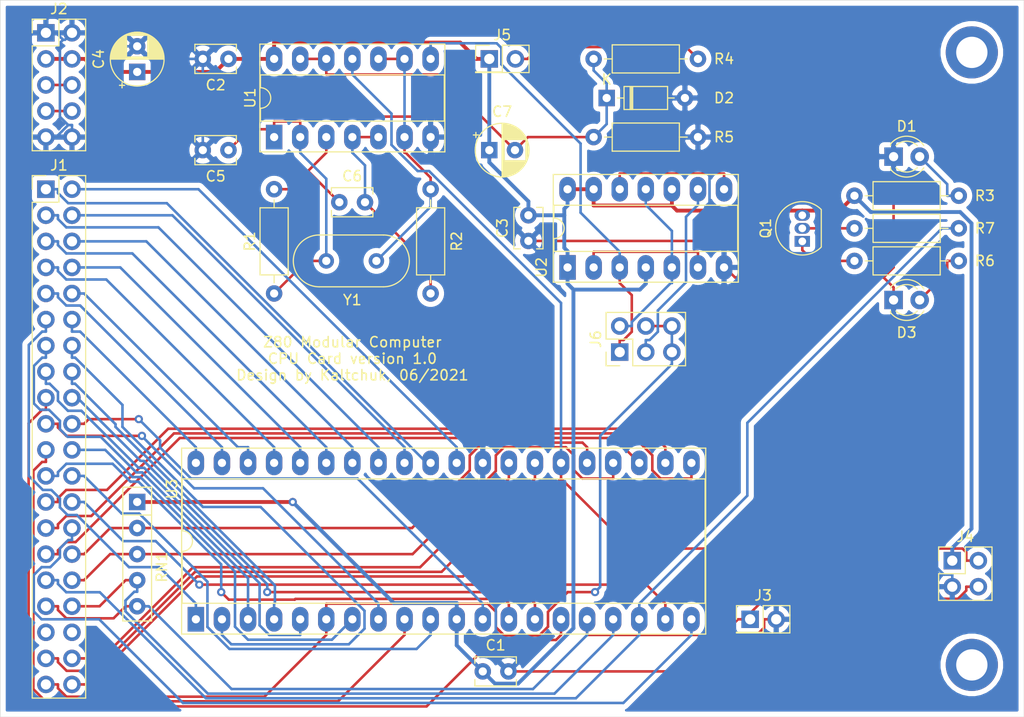
<source format=kicad_pcb>
(kicad_pcb (version 20171130) (host pcbnew "(5.1.4)-1")
  (layers (0 F.Cu signal) (31 B.Cu signal) (35 F.Paste user) (37 F.SilkS user) (39 F.Mask user) (44 Edge.Cuts user))
  (net 0 "")
  (net 1 +5V)
  (net 2 GND)
  (net 3 "Net-(C5-Pad1)")
  (net 4 "Net-(C6-Pad2)")
  (net 5 "Net-(C6-Pad1)")
  (net 6 "Net-(C7-Pad2)")
  (net 7 "Net-(D1-Pad2)")
  (net 8 "Net-(D3-Pad2)")
  (net 9 /a01)
  (net 10 /a00)
  (net 11 /a03)
  (net 12 /a02)
  (net 13 /a05)
  (net 14 /a04)
  (net 15 /a07)
  (net 16 /a06)
  (net 17 /a09)
  (net 18 /a08)
  (net 19 /a11)
  (net 20 /a10)
  (net 21 /a13)
  (net 22 /a12)
  (net 23 /a15)
  (net 24 /a14)
  (net 25 /d01)
  (net 26 /d00)
  (net 27 /d03)
  (net 28 /d02)
  (net 29 /d05)
  (net 30 /d04)
  (net 31 /d07)
  (net 32 /d06)
  (net 33 /wr)
  (net 34 /mreq)
  (net 35 /rd)
  (net 36 /iorq)
  (net 37 /busack)
  (net 38 /busrq)
  (net 39 /halt)
  (net 40 /wait)
  (net 41 /int)
  (net 42 /nmi)
  (net 43 /s1)
  (net 44 /s0)
  (net 45 /m1)
  (net 46 /rfsh)
  (net 47 /clk)
  (net 48 /reset)
  (net 49 /+12V)
  (net 50 /v1)
  (net 51 "Net-(J5-Pad2)")
  (net 52 "Net-(J6-Pad1)")
  (net 53 "Net-(J6-Pad2)")
  (net 54 "Net-(J6-Pad3)")
  (net 55 "Net-(Q1-Pad2)")
  (net 56 "Net-(Q1-Pad1)")
  (net 57 "Net-(R2-Pad2)")
  (net 58 "Net-(U2-Pad12)")
  (net 59 "Net-(U2-Pad2)")
  (module Connector_PinHeader_2.54mm:PinHeader_2x02_P2.54mm_Vertical (layer F.Cu) (at 190.5 117.475)
    (fp_text reference J4 (at 1.27 -2.33) (layer F.SilkS))
    (fp_text value "EXT RESET/INT")
    (pad 4 thru_hole oval (at 2.54 2.54) (size 1.7 1.7) (drill 1) (layers *.Cu *.Mask) (net 41 /int))
    (pad 3 thru_hole oval (at 0 2.54) (size 1.7 1.7) (drill 1) (layers *.Cu *.Mask) (net 2 GND))
    (pad 2 thru_hole oval (at 2.54 0) (size 1.7 1.7) (drill 1) (layers *.Cu *.Mask) (net 48 /reset))
    (pad 1 thru_hole rect (at 0 0) (size 1.7 1.7) (drill 1) (layers *.Cu *.Mask) (net 1 +5V))
  )
  (module Capacitor_THT:C_Disc_D3.8mm_W2.6mm_P2.50mm (layer F.Cu) (at 144.78 128.27)
    (fp_text reference C1 (at 1.25 -2.55) (layer F.SilkS))
    (fp_text value 10n)
    (pad 1 thru_hole circle (at 0 0) (size 1.6 1.6) (drill 0.8) (layers *.Cu *.Mask) (net 1 +5V))
    (pad 2 thru_hole circle (at 2.5 0) (size 1.6 1.6) (drill 0.8) (layers *.Cu *.Mask) (net 2 GND))
  )
  (module Package_DIP:DIP-40_W15.24mm_Socket_LongPads (layer F.Cu) (at 116.84 123.19 90)
    (fp_text reference U3 (at 12.7 -2.33 90) (layer F.SilkS))
    (fp_text value Z80CPU)
    (pad 40 thru_hole oval (at 15.24 0 90) (size 2.4 1.6) (drill 0.8) (layers *.Cu *.Mask) (net 20 /a10))
    (pad 20 thru_hole oval (at 0 48.26 90) (size 2.4 1.6) (drill 0.8) (layers *.Cu *.Mask) (net 36 /iorq))
    (pad 39 thru_hole oval (at 15.24 2.54 90) (size 2.4 1.6) (drill 0.8) (layers *.Cu *.Mask) (net 17 /a09))
    (pad 19 thru_hole oval (at 0 45.72 90) (size 2.4 1.6) (drill 0.8) (layers *.Cu *.Mask) (net 34 /mreq))
    (pad 38 thru_hole oval (at 15.24 5.08 90) (size 2.4 1.6) (drill 0.8) (layers *.Cu *.Mask) (net 18 /a08))
    (pad 18 thru_hole oval (at 0 43.18 90) (size 2.4 1.6) (drill 0.8) (layers *.Cu *.Mask) (net 39 /halt))
    (pad 37 thru_hole oval (at 15.24 7.62 90) (size 2.4 1.6) (drill 0.8) (layers *.Cu *.Mask) (net 15 /a07))
    (pad 17 thru_hole oval (at 0 40.64 90) (size 2.4 1.6) (drill 0.8) (layers *.Cu *.Mask) (net 42 /nmi))
    (pad 36 thru_hole oval (at 15.24 10.16 90) (size 2.4 1.6) (drill 0.8) (layers *.Cu *.Mask) (net 16 /a06))
    (pad 16 thru_hole oval (at 0 38.1 90) (size 2.4 1.6) (drill 0.8) (layers *.Cu *.Mask) (net 41 /int))
    (pad 35 thru_hole oval (at 15.24 12.7 90) (size 2.4 1.6) (drill 0.8) (layers *.Cu *.Mask) (net 13 /a05))
    (pad 15 thru_hole oval (at 0 35.56 90) (size 2.4 1.6) (drill 0.8) (layers *.Cu *.Mask) (net 25 /d01))
    (pad 34 thru_hole oval (at 15.24 15.24 90) (size 2.4 1.6) (drill 0.8) (layers *.Cu *.Mask) (net 14 /a04))
    (pad 14 thru_hole oval (at 0 33.02 90) (size 2.4 1.6) (drill 0.8) (layers *.Cu *.Mask) (net 26 /d00))
    (pad 33 thru_hole oval (at 15.24 17.78 90) (size 2.4 1.6) (drill 0.8) (layers *.Cu *.Mask) (net 11 /a03))
    (pad 13 thru_hole oval (at 0 30.48 90) (size 2.4 1.6) (drill 0.8) (layers *.Cu *.Mask) (net 31 /d07))
    (pad 32 thru_hole oval (at 15.24 20.32 90) (size 2.4 1.6) (drill 0.8) (layers *.Cu *.Mask) (net 12 /a02))
    (pad 12 thru_hole oval (at 0 27.94 90) (size 2.4 1.6) (drill 0.8) (layers *.Cu *.Mask) (net 28 /d02))
    (pad 31 thru_hole oval (at 15.24 22.86 90) (size 2.4 1.6) (drill 0.8) (layers *.Cu *.Mask) (net 9 /a01))
    (pad 11 thru_hole oval (at 0 25.4 90) (size 2.4 1.6) (drill 0.8) (layers *.Cu *.Mask) (net 1 +5V))
    (pad 30 thru_hole oval (at 15.24 25.4 90) (size 2.4 1.6) (drill 0.8) (layers *.Cu *.Mask) (net 10 /a00))
    (pad 10 thru_hole oval (at 0 22.86 90) (size 2.4 1.6) (drill 0.8) (layers *.Cu *.Mask) (net 32 /d06))
    (pad 29 thru_hole oval (at 15.24 27.94 90) (size 2.4 1.6) (drill 0.8) (layers *.Cu *.Mask) (net 2 GND))
    (pad 9 thru_hole oval (at 0 20.32 90) (size 2.4 1.6) (drill 0.8) (layers *.Cu *.Mask) (net 29 /d05))
    (pad 28 thru_hole oval (at 15.24 30.48 90) (size 2.4 1.6) (drill 0.8) (layers *.Cu *.Mask) (net 46 /rfsh))
    (pad 8 thru_hole oval (at 0 17.78 90) (size 2.4 1.6) (drill 0.8) (layers *.Cu *.Mask) (net 27 /d03))
    (pad 27 thru_hole oval (at 15.24 33.02 90) (size 2.4 1.6) (drill 0.8) (layers *.Cu *.Mask) (net 45 /m1))
    (pad 7 thru_hole oval (at 0 15.24 90) (size 2.4 1.6) (drill 0.8) (layers *.Cu *.Mask) (net 30 /d04))
    (pad 26 thru_hole oval (at 15.24 35.56 90) (size 2.4 1.6) (drill 0.8) (layers *.Cu *.Mask) (net 48 /reset))
    (pad 6 thru_hole oval (at 0 12.7 90) (size 2.4 1.6) (drill 0.8) (layers *.Cu *.Mask) (net 47 /clk))
    (pad 25 thru_hole oval (at 15.24 38.1 90) (size 2.4 1.6) (drill 0.8) (layers *.Cu *.Mask) (net 38 /busrq))
    (pad 5 thru_hole oval (at 0 10.16 90) (size 2.4 1.6) (drill 0.8) (layers *.Cu *.Mask) (net 23 /a15))
    (pad 24 thru_hole oval (at 15.24 40.64 90) (size 2.4 1.6) (drill 0.8) (layers *.Cu *.Mask) (net 40 /wait))
    (pad 4 thru_hole oval (at 0 7.62 90) (size 2.4 1.6) (drill 0.8) (layers *.Cu *.Mask) (net 24 /a14))
    (pad 23 thru_hole oval (at 15.24 43.18 90) (size 2.4 1.6) (drill 0.8) (layers *.Cu *.Mask) (net 37 /busack))
    (pad 3 thru_hole oval (at 0 5.08 90) (size 2.4 1.6) (drill 0.8) (layers *.Cu *.Mask) (net 21 /a13))
    (pad 22 thru_hole oval (at 15.24 45.72 90) (size 2.4 1.6) (drill 0.8) (layers *.Cu *.Mask) (net 33 /wr))
    (pad 2 thru_hole oval (at 0 2.54 90) (size 2.4 1.6) (drill 0.8) (layers *.Cu *.Mask) (net 22 /a12))
    (pad 21 thru_hole oval (at 15.24 48.26 90) (size 2.4 1.6) (drill 0.8) (layers *.Cu *.Mask) (net 35 /rd))
    (pad 1 thru_hole rect (at 0 0 90) (size 2.4 1.6) (drill 0.8) (layers *.Cu *.Mask) (net 19 /a11))
  )
  (module Capacitor_THT:C_Disc_D3.8mm_W2.6mm_P2.50mm (layer F.Cu) (at 120.015 68.58 180)
    (fp_text reference C2 (at 1.25 -2.55) (layer F.SilkS))
    (fp_text value 10n)
    (pad 2 thru_hole circle (at 2.5 0 180) (size 1.6 1.6) (drill 0.8) (layers *.Cu *.Mask) (net 2 GND))
    (pad 1 thru_hole circle (at 0 0 180) (size 1.6 1.6) (drill 0.8) (layers *.Cu *.Mask) (net 1 +5V))
  )
  (module Capacitor_THT:C_Disc_D3.8mm_W2.6mm_P2.50mm (layer F.Cu) (at 149.225 83.82 270)
    (fp_text reference C3 (at 1.25 2.54 90) (layer F.SilkS))
    (fp_text value 10n)
    (pad 1 thru_hole circle (at 0 0 270) (size 1.6 1.6) (drill 0.8) (layers *.Cu *.Mask) (net 1 +5V))
    (pad 2 thru_hole circle (at 2.5 0 270) (size 1.6 1.6) (drill 0.8) (layers *.Cu *.Mask) (net 2 GND))
  )
  (module Capacitor_THT:CP_Radial_D5.0mm_P2.50mm (layer F.Cu) (at 111.125 69.85 90)
    (fp_text reference C4 (at 1.25 -3.75 90) (layer F.SilkS))
    (fp_text value 10uF)
    (pad 2 thru_hole circle (at 2.5 0 90) (size 1.6 1.6) (drill 0.8) (layers *.Cu *.Mask) (net 2 GND))
    (pad 1 thru_hole rect (at 0 0 90) (size 1.6 1.6) (drill 0.8) (layers *.Cu *.Mask) (net 1 +5V))
  )
  (module Capacitor_THT:C_Disc_D3.8mm_W2.6mm_P2.50mm (layer F.Cu) (at 120.015 77.47 180)
    (fp_text reference C5 (at 1.25 -2.55) (layer F.SilkS))
    (fp_text value 22p)
    (pad 1 thru_hole circle (at 0 0 180) (size 1.6 1.6) (drill 0.8) (layers *.Cu *.Mask) (net 3 "Net-(C5-Pad1)"))
    (pad 2 thru_hole circle (at 2.5 0 180) (size 1.6 1.6) (drill 0.8) (layers *.Cu *.Mask) (net 2 GND))
  )
  (module Capacitor_THT:C_Disc_D3.8mm_W2.6mm_P2.50mm (layer F.Cu) (at 130.81 82.55)
    (fp_text reference C6 (at 1.25 -2.55) (layer F.SilkS))
    (fp_text value 100n)
    (pad 2 thru_hole circle (at 2.5 0) (size 1.6 1.6) (drill 0.8) (layers *.Cu *.Mask) (net 4 "Net-(C6-Pad2)"))
    (pad 1 thru_hole circle (at 0 0) (size 1.6 1.6) (drill 0.8) (layers *.Cu *.Mask) (net 5 "Net-(C6-Pad1)"))
  )
  (module Capacitor_THT:CP_Radial_D5.0mm_P2.50mm (layer F.Cu) (at 145.415 77.47)
    (fp_text reference C7 (at 1.25 -3.75) (layer F.SilkS))
    (fp_text value 10uF)
    (pad 1 thru_hole rect (at 0 0) (size 1.6 1.6) (drill 0.8) (layers *.Cu *.Mask) (net 1 +5V))
    (pad 2 thru_hole circle (at 2.5 0) (size 1.6 1.6) (drill 0.8) (layers *.Cu *.Mask) (net 6 "Net-(C7-Pad2)"))
  )
  (module LED_THT:LED_D3.0mm (layer F.Cu) (at 184.785 78.105)
    (fp_text reference D1 (at 1.27 -2.96) (layer F.SilkS))
    (fp_text value LED)
    (pad 1 thru_hole rect (at 0 0) (size 1.8 1.8) (drill 0.9) (layers *.Cu *.Mask) (net 2 GND))
    (pad 2 thru_hole circle (at 2.54 0) (size 1.8 1.8) (drill 0.9) (layers *.Cu *.Mask) (net 7 "Net-(D1-Pad2)"))
  )
  (module Diode_THT:D_DO-35_SOD27_P7.62mm_Horizontal (layer F.Cu) (at 156.845 72.39)
    (fp_text reference D2 (at 11.43 0) (layer F.SilkS))
    (fp_text value 1N4148)
    (fp_text user K (at 0 -1.8) (layer F.SilkS))
    (pad 1 thru_hole rect (at 0 0) (size 1.6 1.6) (drill 0.8) (layers *.Cu *.Mask) (net 6 "Net-(C7-Pad2)"))
    (pad 2 thru_hole oval (at 7.62 0) (size 1.6 1.6) (drill 0.8) (layers *.Cu *.Mask) (net 2 GND))
  )
  (module LED_THT:LED_D3.0mm (layer F.Cu) (at 184.785 92.075)
    (fp_text reference D3 (at 1.27 3.175) (layer F.SilkS))
    (fp_text value LED)
    (pad 2 thru_hole circle (at 2.54 0) (size 1.8 1.8) (drill 0.9) (layers *.Cu *.Mask) (net 8 "Net-(D3-Pad2)"))
    (pad 1 thru_hole rect (at 0 0) (size 1.8 1.8) (drill 0.9) (layers *.Cu *.Mask) (net 2 GND))
  )
  (module Connector_PinHeader_2.54mm:PinHeader_2x20_P2.54mm_Vertical (layer F.Cu) (at 102.235 81.28)
    (fp_text reference J1 (at 1.27 -2.33) (layer F.SilkS))
    (fp_text value "Signal Bus")
    (pad 1 thru_hole rect (at 0 0) (size 1.7 1.7) (drill 1) (layers *.Cu *.Mask) (net 9 /a01))
    (pad 2 thru_hole oval (at 2.54 0) (size 1.7 1.7) (drill 1) (layers *.Cu *.Mask) (net 10 /a00))
    (pad 3 thru_hole oval (at 0 2.54) (size 1.7 1.7) (drill 1) (layers *.Cu *.Mask) (net 11 /a03))
    (pad 4 thru_hole oval (at 2.54 2.54) (size 1.7 1.7) (drill 1) (layers *.Cu *.Mask) (net 12 /a02))
    (pad 5 thru_hole oval (at 0 5.08) (size 1.7 1.7) (drill 1) (layers *.Cu *.Mask) (net 13 /a05))
    (pad 6 thru_hole oval (at 2.54 5.08) (size 1.7 1.7) (drill 1) (layers *.Cu *.Mask) (net 14 /a04))
    (pad 7 thru_hole oval (at 0 7.62) (size 1.7 1.7) (drill 1) (layers *.Cu *.Mask) (net 15 /a07))
    (pad 8 thru_hole oval (at 2.54 7.62) (size 1.7 1.7) (drill 1) (layers *.Cu *.Mask) (net 16 /a06))
    (pad 9 thru_hole oval (at 0 10.16) (size 1.7 1.7) (drill 1) (layers *.Cu *.Mask) (net 17 /a09))
    (pad 10 thru_hole oval (at 2.54 10.16) (size 1.7 1.7) (drill 1) (layers *.Cu *.Mask) (net 18 /a08))
    (pad 11 thru_hole oval (at 0 12.7) (size 1.7 1.7) (drill 1) (layers *.Cu *.Mask) (net 19 /a11))
    (pad 12 thru_hole oval (at 2.54 12.7) (size 1.7 1.7) (drill 1) (layers *.Cu *.Mask) (net 20 /a10))
    (pad 13 thru_hole oval (at 0 15.24) (size 1.7 1.7) (drill 1) (layers *.Cu *.Mask) (net 21 /a13))
    (pad 14 thru_hole oval (at 2.54 15.24) (size 1.7 1.7) (drill 1) (layers *.Cu *.Mask) (net 22 /a12))
    (pad 15 thru_hole oval (at 0 17.78) (size 1.7 1.7) (drill 1) (layers *.Cu *.Mask) (net 23 /a15))
    (pad 16 thru_hole oval (at 2.54 17.78) (size 1.7 1.7) (drill 1) (layers *.Cu *.Mask) (net 24 /a14))
    (pad 17 thru_hole oval (at 0 20.32) (size 1.7 1.7) (drill 1) (layers *.Cu *.Mask) (net 25 /d01))
    (pad 18 thru_hole oval (at 2.54 20.32) (size 1.7 1.7) (drill 1) (layers *.Cu *.Mask) (net 26 /d00))
    (pad 19 thru_hole oval (at 0 22.86) (size 1.7 1.7) (drill 1) (layers *.Cu *.Mask) (net 27 /d03))
    (pad 20 thru_hole oval (at 2.54 22.86) (size 1.7 1.7) (drill 1) (layers *.Cu *.Mask) (net 28 /d02))
    (pad 21 thru_hole oval (at 0 25.4) (size 1.7 1.7) (drill 1) (layers *.Cu *.Mask) (net 29 /d05))
    (pad 22 thru_hole oval (at 2.54 25.4) (size 1.7 1.7) (drill 1) (layers *.Cu *.Mask) (net 30 /d04))
    (pad 23 thru_hole oval (at 0 27.94) (size 1.7 1.7) (drill 1) (layers *.Cu *.Mask) (net 31 /d07))
    (pad 24 thru_hole oval (at 2.54 27.94) (size 1.7 1.7) (drill 1) (layers *.Cu *.Mask) (net 32 /d06))
    (pad 25 thru_hole oval (at 0 30.48) (size 1.7 1.7) (drill 1) (layers *.Cu *.Mask) (net 33 /wr))
    (pad 26 thru_hole oval (at 2.54 30.48) (size 1.7 1.7) (drill 1) (layers *.Cu *.Mask) (net 34 /mreq))
    (pad 27 thru_hole oval (at 0 33.02) (size 1.7 1.7) (drill 1) (layers *.Cu *.Mask) (net 35 /rd))
    (pad 28 thru_hole oval (at 2.54 33.02) (size 1.7 1.7) (drill 1) (layers *.Cu *.Mask) (net 36 /iorq))
    (pad 29 thru_hole oval (at 0 35.56) (size 1.7 1.7) (drill 1) (layers *.Cu *.Mask) (net 37 /busack))
    (pad 30 thru_hole oval (at 2.54 35.56) (size 1.7 1.7) (drill 1) (layers *.Cu *.Mask) (net 38 /busrq))
    (pad 31 thru_hole oval (at 0 38.1) (size 1.7 1.7) (drill 1) (layers *.Cu *.Mask) (net 39 /halt))
    (pad 32 thru_hole oval (at 2.54 38.1) (size 1.7 1.7) (drill 1) (layers *.Cu *.Mask) (net 40 /wait))
    (pad 33 thru_hole oval (at 0 40.64) (size 1.7 1.7) (drill 1) (layers *.Cu *.Mask) (net 41 /int))
    (pad 34 thru_hole oval (at 2.54 40.64) (size 1.7 1.7) (drill 1) (layers *.Cu *.Mask) (net 42 /nmi))
    (pad 35 thru_hole oval (at 0 43.18) (size 1.7 1.7) (drill 1) (layers *.Cu *.Mask) (net 43 /s1))
    (pad 36 thru_hole oval (at 2.54 43.18) (size 1.7 1.7) (drill 1) (layers *.Cu *.Mask) (net 44 /s0))
    (pad 37 thru_hole oval (at 0 45.72) (size 1.7 1.7) (drill 1) (layers *.Cu *.Mask) (net 45 /m1))
    (pad 38 thru_hole oval (at 2.54 45.72) (size 1.7 1.7) (drill 1) (layers *.Cu *.Mask) (net 46 /rfsh))
    (pad 39 thru_hole oval (at 0 48.26) (size 1.7 1.7) (drill 1) (layers *.Cu *.Mask) (net 47 /clk))
    (pad 40 thru_hole oval (at 2.54 48.26) (size 1.7 1.7) (drill 1) (layers *.Cu *.Mask) (net 48 /reset))
  )
  (module Connector_PinHeader_2.54mm:PinHeader_2x05_P2.54mm_Vertical (layer F.Cu) (at 102.235 66.04)
    (fp_text reference J2 (at 1.27 -2.33) (layer F.SilkS))
    (fp_text value "Power Bus")
    (pad 1 thru_hole rect (at 0 0) (size 1.7 1.7) (drill 1) (layers *.Cu *.Mask) (net 2 GND))
    (pad 2 thru_hole oval (at 2.54 0) (size 1.7 1.7) (drill 1) (layers *.Cu *.Mask) (net 2 GND))
    (pad 3 thru_hole oval (at 0 2.54) (size 1.7 1.7) (drill 1) (layers *.Cu *.Mask) (net 1 +5V))
    (pad 4 thru_hole oval (at 2.54 2.54) (size 1.7 1.7) (drill 1) (layers *.Cu *.Mask) (net 1 +5V))
    (pad 5 thru_hole oval (at 0 5.08) (size 1.7 1.7) (drill 1) (layers *.Cu *.Mask) (net 49 /+12V))
    (pad 6 thru_hole oval (at 2.54 5.08) (size 1.7 1.7) (drill 1) (layers *.Cu *.Mask) (net 49 /+12V))
    (pad 7 thru_hole oval (at 0 7.62) (size 1.7 1.7) (drill 1) (layers *.Cu *.Mask) (net 50 /v1))
    (pad 8 thru_hole oval (at 2.54 7.62) (size 1.7 1.7) (drill 1) (layers *.Cu *.Mask) (net 50 /v1))
    (pad 9 thru_hole oval (at 0 10.16) (size 1.7 1.7) (drill 1) (layers *.Cu *.Mask) (net 2 GND))
    (pad 10 thru_hole oval (at 2.54 10.16) (size 1.7 1.7) (drill 1) (layers *.Cu *.Mask) (net 2 GND))
  )
  (module Connector_PinHeader_2.54mm:PinHeader_2x01_P2.54mm_Vertical (layer F.Cu) (at 170.815 123.19)
    (fp_text reference J3 (at 1.27 -2.33) (layer F.SilkS))
    (fp_text value INT)
    (pad 2 thru_hole oval (at 2.54 0) (size 1.7 1.7) (drill 1) (layers *.Cu *.Mask) (net 2 GND))
    (pad 1 thru_hole rect (at 0 0) (size 1.7 1.7) (drill 1) (layers *.Cu *.Mask) (net 41 /int))
  )
  (module Connector_PinHeader_2.54mm:PinHeader_2x01_P2.54mm_Vertical (layer F.Cu) (at 145.415 68.58)
    (fp_text reference J5 (at 1.27 -2.33) (layer F.SilkS))
    (fp_text value Reset)
    (pad 1 thru_hole rect (at 0 0) (size 1.7 1.7) (drill 1) (layers *.Cu *.Mask) (net 1 +5V))
    (pad 2 thru_hole oval (at 2.54 0) (size 1.7 1.7) (drill 1) (layers *.Cu *.Mask) (net 51 "Net-(J5-Pad2)"))
  )
  (module Connector_PinHeader_2.54mm:PinHeader_2x03_P2.54mm_Vertical (layer F.Cu) (at 158.115 97.155 90)
    (fp_text reference J6 (at 1.27 -2.33 90) (layer F.SilkS))
    (fp_text value "clock rate")
    (pad 1 thru_hole rect (at 0 0 90) (size 1.7 1.7) (drill 1) (layers *.Cu *.Mask) (net 52 "Net-(J6-Pad1)"))
    (pad 2 thru_hole oval (at 2.54 0 90) (size 1.7 1.7) (drill 1) (layers *.Cu *.Mask) (net 53 "Net-(J6-Pad2)"))
    (pad 3 thru_hole oval (at 0 2.54 90) (size 1.7 1.7) (drill 1) (layers *.Cu *.Mask) (net 54 "Net-(J6-Pad3)"))
    (pad 4 thru_hole oval (at 2.54 2.54 90) (size 1.7 1.7) (drill 1) (layers *.Cu *.Mask) (net 47 /clk))
    (pad 5 thru_hole oval (at 0 5.08 90) (size 1.7 1.7) (drill 1) (layers *.Cu *.Mask) (net 47 /clk))
    (pad 6 thru_hole oval (at 2.54 5.08 90) (size 1.7 1.7) (drill 1) (layers *.Cu *.Mask) (net 47 /clk))
  )
  (module Package_TO_SOT_THT:TO-92_Inline (layer F.Cu) (at 175.895 86.36 90)
    (fp_text reference Q1 (at 1.27 -3.56 90) (layer F.SilkS))
    (fp_text value BC328)
    (pad 2 thru_hole oval (at 1.27 0 90) (size 1.05 1.5) (drill 0.75) (layers *.Cu *.Mask) (net 55 "Net-(Q1-Pad2)"))
    (pad 3 thru_hole oval (at 2.54 0 90) (size 1.05 1.5) (drill 0.75) (layers *.Cu *.Mask) (net 1 +5V))
    (pad 1 thru_hole rect (at 0 0 90) (size 1.05 1.5) (drill 0.75) (layers *.Cu *.Mask) (net 56 "Net-(Q1-Pad1)"))
  )
  (module Resistor_THT:R_Axial_DIN0207_L6.3mm_D2.5mm_P10.16mm_Horizontal (layer F.Cu) (at 124.46 91.44 90)
    (fp_text reference R1 (at 5.08 -2.37 90) (layer F.SilkS))
    (fp_text value 330R)
    (pad 2 thru_hole oval (at 10.16 0 90) (size 1.6 1.6) (drill 0.8) (layers *.Cu *.Mask) (net 5 "Net-(C6-Pad1)"))
    (pad 1 thru_hole circle (at 0 0 90) (size 1.6 1.6) (drill 0.8) (layers *.Cu *.Mask) (net 3 "Net-(C5-Pad1)"))
  )
  (module Resistor_THT:R_Axial_DIN0207_L6.3mm_D2.5mm_P10.16mm_Horizontal (layer F.Cu) (at 139.7 91.44 90)
    (fp_text reference R2 (at 5.08 2.54 90) (layer F.SilkS))
    (fp_text value 330R)
    (pad 1 thru_hole circle (at 0 0 90) (size 1.6 1.6) (drill 0.8) (layers *.Cu *.Mask) (net 4 "Net-(C6-Pad2)"))
    (pad 2 thru_hole oval (at 10.16 0 90) (size 1.6 1.6) (drill 0.8) (layers *.Cu *.Mask) (net 57 "Net-(R2-Pad2)"))
  )
  (module Resistor_THT:R_Axial_DIN0207_L6.3mm_D2.5mm_P10.16mm_Horizontal (layer F.Cu) (at 180.975 81.915)
    (fp_text reference R3 (at 12.7 0) (layer F.SilkS))
    (fp_text value 270)
    (pad 2 thru_hole oval (at 10.16 0) (size 1.6 1.6) (drill 0.8) (layers *.Cu *.Mask) (net 7 "Net-(D1-Pad2)"))
    (pad 1 thru_hole circle (at 0 0) (size 1.6 1.6) (drill 0.8) (layers *.Cu *.Mask) (net 1 +5V))
  )
  (module Resistor_THT:R_Axial_DIN0207_L6.3mm_D2.5mm_P10.16mm_Horizontal (layer F.Cu) (at 165.735 68.58 180)
    (fp_text reference R4 (at -2.54 0) (layer F.SilkS))
    (fp_text value 100)
    (pad 1 thru_hole circle (at 0 0 180) (size 1.6 1.6) (drill 0.8) (layers *.Cu *.Mask) (net 51 "Net-(J5-Pad2)"))
    (pad 2 thru_hole oval (at 10.16 0 180) (size 1.6 1.6) (drill 0.8) (layers *.Cu *.Mask) (net 6 "Net-(C7-Pad2)"))
  )
  (module Resistor_THT:R_Axial_DIN0207_L6.3mm_D2.5mm_P10.16mm_Horizontal (layer F.Cu) (at 155.575 76.2)
    (fp_text reference R5 (at 12.7 0) (layer F.SilkS))
    (fp_text value 10k)
    (pad 1 thru_hole circle (at 0 0) (size 1.6 1.6) (drill 0.8) (layers *.Cu *.Mask) (net 6 "Net-(C7-Pad2)"))
    (pad 2 thru_hole oval (at 10.16 0) (size 1.6 1.6) (drill 0.8) (layers *.Cu *.Mask) (net 2 GND))
  )
  (module Resistor_THT:R_Axial_DIN0207_L6.3mm_D2.5mm_P10.16mm_Horizontal (layer F.Cu) (at 180.975 88.265)
    (fp_text reference R6 (at 12.7 0) (layer F.SilkS))
    (fp_text value 270)
    (pad 1 thru_hole circle (at 0 0) (size 1.6 1.6) (drill 0.8) (layers *.Cu *.Mask) (net 56 "Net-(Q1-Pad1)"))
    (pad 2 thru_hole oval (at 10.16 0) (size 1.6 1.6) (drill 0.8) (layers *.Cu *.Mask) (net 8 "Net-(D3-Pad2)"))
  )
  (module Resistor_THT:R_Axial_DIN0207_L6.3mm_D2.5mm_P10.16mm_Horizontal (layer F.Cu) (at 180.975 85.09)
    (fp_text reference R7 (at 12.7 0) (layer F.SilkS))
    (fp_text value 3.3k)
    (pad 2 thru_hole oval (at 10.16 0) (size 1.6 1.6) (drill 0.8) (layers *.Cu *.Mask) (net 39 /halt))
    (pad 1 thru_hole circle (at 0 0) (size 1.6 1.6) (drill 0.8) (layers *.Cu *.Mask) (net 55 "Net-(Q1-Pad2)"))
  )
  (module Resistor_THT:R_Array_SIP5 (layer F.Cu) (at 111.125 111.76 270)
    (fp_text reference RN1 (at 6.35 -2.4 90) (layer F.SilkS))
    (fp_text value 4x10k)
    (pad 1 thru_hole rect (at 0 0 270) (size 1.6 1.6) (drill 0.8) (layers *.Cu *.Mask) (net 1 +5V))
    (pad 2 thru_hole oval (at 2.54 0 270) (size 1.6 1.6) (drill 0.8) (layers *.Cu *.Mask) (net 38 /busrq))
    (pad 3 thru_hole oval (at 5.08 0 270) (size 1.6 1.6) (drill 0.8) (layers *.Cu *.Mask) (net 40 /wait))
    (pad 4 thru_hole oval (at 7.62 0 270) (size 1.6 1.6) (drill 0.8) (layers *.Cu *.Mask) (net 42 /nmi))
    (pad 5 thru_hole oval (at 10.16 0 270) (size 1.6 1.6) (drill 0.8) (layers *.Cu *.Mask) (net 41 /int))
  )
  (module Package_DIP:DIP-14_W7.62mm_Socket_LongPads (layer F.Cu) (at 124.46 76.2 90)
    (fp_text reference U1 (at 3.81 -2.33 90) (layer F.SilkS))
    (fp_text value 74LS00)
    (pad 14 thru_hole oval (at 7.62 0 90) (size 2.4 1.6) (drill 0.8) (layers *.Cu *.Mask) (net 1 +5V))
    (pad 7 thru_hole oval (at 0 15.24 90) (size 2.4 1.6) (drill 0.8) (layers *.Cu *.Mask) (net 2 GND))
    (pad 13 thru_hole oval (at 7.62 2.54 90) (size 2.4 1.6) (drill 0.8) (layers *.Cu *.Mask) (net 6 "Net-(C7-Pad2)"))
    (pad 6 thru_hole oval (at 0 12.7 90) (size 2.4 1.6) (drill 0.8) (layers *.Cu *.Mask) (net 57 "Net-(R2-Pad2)"))
    (pad 12 thru_hole oval (at 7.62 5.08 90) (size 2.4 1.6) (drill 0.8) (layers *.Cu *.Mask) (net 6 "Net-(C7-Pad2)"))
    (pad 5 thru_hole oval (at 0 10.16 90) (size 2.4 1.6) (drill 0.8) (layers *.Cu *.Mask) (net 4 "Net-(C6-Pad2)"))
    (pad 11 thru_hole oval (at 7.62 7.62 90) (size 2.4 1.6) (drill 0.8) (layers *.Cu *.Mask) (net 48 /reset))
    (pad 4 thru_hole oval (at 0 7.62 90) (size 2.4 1.6) (drill 0.8) (layers *.Cu *.Mask) (net 4 "Net-(C6-Pad2)"))
    (pad 10 thru_hole oval (at 7.62 10.16 90) (size 2.4 1.6) (drill 0.8) (layers *.Cu *.Mask) (net 57 "Net-(R2-Pad2)"))
    (pad 3 thru_hole oval (at 0 5.08 90) (size 2.4 1.6) (drill 0.8) (layers *.Cu *.Mask) (net 5 "Net-(C6-Pad1)"))
    (pad 9 thru_hole oval (at 7.62 12.7 90) (size 2.4 1.6) (drill 0.8) (layers *.Cu *.Mask) (net 57 "Net-(R2-Pad2)"))
    (pad 2 thru_hole oval (at 0 2.54 90) (size 2.4 1.6) (drill 0.8) (layers *.Cu *.Mask) (net 3 "Net-(C5-Pad1)"))
    (pad 8 thru_hole oval (at 7.62 15.24 90) (size 2.4 1.6) (drill 0.8) (layers *.Cu *.Mask) (net 52 "Net-(J6-Pad1)"))
    (pad 1 thru_hole rect (at 0 0 90) (size 2.4 1.6) (drill 0.8) (layers *.Cu *.Mask) (net 3 "Net-(C5-Pad1)"))
  )
  (module Package_DIP:DIP-14_W7.62mm_Socket_LongPads (layer F.Cu) (at 153.035 88.9 90)
    (fp_text reference U2 (at 0 -2.54 90) (layer F.SilkS))
    (fp_text value 74LS74)
    (pad 1 thru_hole rect (at 0 0 90) (size 2.4 1.6) (drill 0.8) (layers *.Cu *.Mask) (net 1 +5V))
    (pad 8 thru_hole oval (at 7.62 15.24 90) (size 2.4 1.6) (drill 0.8) (layers *.Cu *.Mask) (net 58 "Net-(U2-Pad12)"))
    (pad 2 thru_hole oval (at 0 2.54 90) (size 2.4 1.6) (drill 0.8) (layers *.Cu *.Mask) (net 59 "Net-(U2-Pad2)"))
    (pad 9 thru_hole oval (at 7.62 12.7 90) (size 2.4 1.6) (drill 0.8) (layers *.Cu *.Mask) (net 54 "Net-(J6-Pad3)"))
    (pad 3 thru_hole oval (at 0 5.08 90) (size 2.4 1.6) (drill 0.8) (layers *.Cu *.Mask) (net 52 "Net-(J6-Pad1)"))
    (pad 10 thru_hole oval (at 7.62 10.16 90) (size 2.4 1.6) (drill 0.8) (layers *.Cu *.Mask) (net 1 +5V))
    (pad 4 thru_hole oval (at 0 7.62 90) (size 2.4 1.6) (drill 0.8) (layers *.Cu *.Mask) (net 1 +5V))
    (pad 11 thru_hole oval (at 7.62 7.62 90) (size 2.4 1.6) (drill 0.8) (layers *.Cu *.Mask) (net 53 "Net-(J6-Pad2)"))
    (pad 5 thru_hole oval (at 0 10.16 90) (size 2.4 1.6) (drill 0.8) (layers *.Cu *.Mask) (net 53 "Net-(J6-Pad2)"))
    (pad 12 thru_hole oval (at 7.62 5.08 90) (size 2.4 1.6) (drill 0.8) (layers *.Cu *.Mask) (net 58 "Net-(U2-Pad12)"))
    (pad 6 thru_hole oval (at 0 12.7 90) (size 2.4 1.6) (drill 0.8) (layers *.Cu *.Mask) (net 59 "Net-(U2-Pad2)"))
    (pad 13 thru_hole oval (at 7.62 2.54 90) (size 2.4 1.6) (drill 0.8) (layers *.Cu *.Mask) (net 1 +5V))
    (pad 7 thru_hole oval (at 0 15.24 90) (size 2.4 1.6) (drill 0.8) (layers *.Cu *.Mask) (net 2 GND))
    (pad 14 thru_hole oval (at 7.62 0 90) (size 2.4 1.6) (drill 0.8) (layers *.Cu *.Mask) (net 1 +5V))
  )
  (module Crystal:Crystal_HC49-U_Vertical (layer F.Cu) (at 129.54 88.265)
    (fp_text reference Y1 (at 2.54 3.81) (layer F.SilkS))
    (fp_text value 4MHz)
    (pad 1 thru_hole circle (at 0 0) (size 1.5 1.5) (drill 0.8) (layers *.Cu *.Mask) (net 3 "Net-(C5-Pad1)"))
    (pad 2 thru_hole circle (at 4.88 0) (size 1.5 1.5) (drill 0.8) (layers *.Cu *.Mask) (net 57 "Net-(R2-Pad2)"))
  )
  (gr_text "Z80 Modular Computer\nCPU Card version 1.0\nDesign by Kaltchuk, 06/2021\n" (at 132.08 97.79) (layer F.SilkS) (effects (font (size 1 1))))
  (gr_line (start 97.79 132.715) (end 197.485 132.715) (layer Edge.Cuts) (width 0.05))
  (gr_line (start 197.485 62.865) (end 197.485 132.715) (layer Edge.Cuts) (width 0.05))
  (gr_line (start 97.79 62.865) (end 97.79 132.715) (layer Edge.Cuts) (width 0.05))
  (gr_line (start 97.79 62.865) (end 197.485 62.865) (layer Edge.Cuts) (width 0.05))
  (via (at 192.405 67.945) (size 5.08) (drill 3.048) (layers F.Cu B.Cu) (net 0))
  (via (at 192.405 127.635) (size 5.08) (drill 3.048) (layers F.Cu B.Cu) (net 0))
  (segment (start 126.2714 111.76) (end 111.125 111.76) (width 0.375) (layer F.Cu) (net 1))
  (segment (start 142.24 121.6022) (end 136.1136 121.6022) (width 0.375) (layer B.Cu) (net 1))
  (segment (start 136.1136 121.6022) (end 126.2714 111.76) (width 0.375) (layer B.Cu) (net 1))
  (segment (start 142.24 123.19) (end 142.24 121.6022) (width 0.375) (layer B.Cu) (net 1))
  (segment (start 142.24 123.5382) (end 142.24 123.19) (width 0.375) (layer B.Cu) (net 1))
  (segment (start 142.24 123.5382) (end 142.24 124.6403) (width 0.375) (layer B.Cu) (net 1))
  (segment (start 142.24 124.6403) (end 142.24 125.73) (width 0.375) (layer B.Cu) (net 1))
  (segment (start 142.24 125.73) (end 144.78 128.27) (width 0.375) (layer B.Cu) (net 1))
  (segment (start 145.415 77.47) (end 145.415 78.6578) (width 0.375) (layer B.Cu) (net 1))
  (segment (start 149.225 83.82) (end 149.225 82.4678) (width 0.375) (layer B.Cu) (net 1))
  (segment (start 149.225 82.4678) (end 145.415 78.6578) (width 0.375) (layer B.Cu) (net 1))
  (segment (start 152.7172 83.82) (end 149.225 83.82) (width 0.375) (layer B.Cu) (net 1))
  (segment (start 153.6079 91.0607) (end 153.6079 124.0639) (width 0.375) (layer B.Cu) (net 1))
  (segment (start 153.6079 124.0639) (end 148.2138 129.458) (width 0.375) (layer B.Cu) (net 1))
  (segment (start 148.2138 129.458) (end 145.968 129.458) (width 0.375) (layer B.Cu) (net 1))
  (segment (start 145.968 129.458) (end 144.78 128.27) (width 0.375) (layer B.Cu) (net 1))
  (segment (start 153.035 90.4878) (end 153.6079 91.0607) (width 0.375) (layer B.Cu) (net 1))
  (segment (start 153.6079 91.0607) (end 160.0821 91.0607) (width 0.375) (layer B.Cu) (net 1))
  (segment (start 160.0821 91.0607) (end 160.655 90.4878) (width 0.375) (layer B.Cu) (net 1))
  (segment (start 160.655 88.9) (end 160.655 90.4878) (width 0.375) (layer B.Cu) (net 1))
  (segment (start 175.895 83.3636) (end 179.5264 83.3636) (width 0.375) (layer F.Cu) (net 1))
  (segment (start 179.5264 83.3636) (end 180.975 81.915) (width 0.375) (layer F.Cu) (net 1))
  (segment (start 163.195 82.8678) (end 163.6908 83.3636) (width 0.375) (layer F.Cu) (net 1))
  (segment (start 163.6908 83.3636) (end 175.895 83.3636) (width 0.375) (layer F.Cu) (net 1))
  (segment (start 155.575 81.28) (end 155.575 82.8678) (width 0.375) (layer F.Cu) (net 1))
  (segment (start 155.575 82.8678) (end 163.195 82.8678) (width 0.375) (layer F.Cu) (net 1))
  (segment (start 153.035 81.28) (end 155.575 81.28) (width 0.375) (layer F.Cu) (net 1))
  (segment (start 153.035 81.28) (end 153.035 82.8678) (width 0.375) (layer B.Cu) (net 1))
  (segment (start 152.7172 83.82) (end 152.7172 86.9944) (width 0.375) (layer B.Cu) (net 1))
  (segment (start 152.7172 86.9944) (end 153.035 87.3122) (width 0.375) (layer B.Cu) (net 1))
  (segment (start 153.035 82.8678) (end 152.7172 83.1856) (width 0.375) (layer B.Cu) (net 1))
  (segment (start 152.7172 83.1856) (end 152.7172 83.82) (width 0.375) (layer B.Cu) (net 1))
  (segment (start 153.035 88.9) (end 153.035 87.3122) (width 0.375) (layer B.Cu) (net 1))
  (segment (start 153.035 89.3335) (end 153.035 88.9) (width 0.375) (layer B.Cu) (net 1))
  (segment (start 153.035 89.3335) (end 153.035 90.4878) (width 0.375) (layer B.Cu) (net 1))
  (segment (start 104.775 68.58) (end 106.0128 68.58) (width 0.375) (layer F.Cu) (net 1))
  (segment (start 111.125 69.85) (end 107.2828 69.85) (width 0.375) (layer F.Cu) (net 1))
  (segment (start 107.2828 69.85) (end 106.0128 68.58) (width 0.375) (layer F.Cu) (net 1))
  (segment (start 120.015 68.58) (end 118.745 69.85) (width 0.375) (layer F.Cu) (net 1))
  (segment (start 118.745 69.85) (end 111.125 69.85) (width 0.375) (layer F.Cu) (net 1))
  (segment (start 190.5 117.475) (end 190.5 116.2372) (width 0.375) (layer B.Cu) (net 1))
  (segment (start 180.975 81.915) (end 182.5625 83.5025) (width 0.375) (layer B.Cu) (net 1))
  (segment (start 182.5625 83.5025) (end 191.2692 83.5025) (width 0.375) (layer B.Cu) (net 1))
  (segment (start 191.2692 83.5025) (end 192.3769 84.6102) (width 0.375) (layer B.Cu) (net 1))
  (segment (start 192.3769 84.6102) (end 192.3769 114.3603) (width 0.375) (layer B.Cu) (net 1))
  (segment (start 192.3769 114.3603) (end 190.5 116.2372) (width 0.375) (layer B.Cu) (net 1))
  (segment (start 124.46 68.58) (end 124.46 66.9922) (width 0.375) (layer F.Cu) (net 1))
  (segment (start 124.46 66.9922) (end 142.5894 66.9922) (width 0.375) (layer F.Cu) (net 1))
  (segment (start 142.5894 66.9922) (end 144.1772 68.58) (width 0.375) (layer F.Cu) (net 1))
  (segment (start 120.015 68.58) (end 124.46 68.58) (width 0.375) (layer F.Cu) (net 1))
  (segment (start 145.415 68.58) (end 144.1772 68.58) (width 0.375) (layer F.Cu) (net 1))
  (segment (start 145.415 68.58) (end 145.415 77.47) (width 0.375) (layer B.Cu) (net 1))
  (segment (start 102.235 68.58) (end 104.775 68.58) (width 0.375) (layer F.Cu) (net 1))
  (segment (start 163.195 81.28) (end 163.195 82.8678) (width 0.375) (layer F.Cu) (net 1))
  (segment (start 175.895 83.82) (end 175.895 83.3636) (width 0.375) (layer F.Cu) (net 1))
  (via (at 126.2714 111.76) (size 0.8) (layers F.Cu B.Cu) (net 1))
  (segment (start 117.515 68.58) (end 112.355 68.58) (width 0.25) (layer B.Cu) (net 2))
  (segment (start 112.355 68.58) (end 111.125 67.35) (width 0.25) (layer B.Cu) (net 2))
  (segment (start 117.515 77.47) (end 117.515 68.58) (width 0.25) (layer B.Cu) (net 2))
  (segment (start 183.8109 89.8756) (end 184.785 88.9015) (width 0.25) (layer F.Cu) (net 2))
  (segment (start 184.785 88.9015) (end 184.785 78.105) (width 0.25) (layer F.Cu) (net 2))
  (segment (start 168.275 88.8077) (end 169.3429 89.8756) (width 0.25) (layer F.Cu) (net 2))
  (segment (start 169.3429 89.8756) (end 183.8109 89.8756) (width 0.25) (layer F.Cu) (net 2))
  (segment (start 184.785 90.8497) (end 183.8109 89.8756) (width 0.25) (layer F.Cu) (net 2))
  (segment (start 184.785 92.075) (end 184.785 90.8497) (width 0.25) (layer F.Cu) (net 2))
  (segment (start 168.275 88.8077) (end 168.275 88.7154) (width 0.25) (layer F.Cu) (net 2))
  (segment (start 168.275 88.9) (end 168.275 88.8077) (width 0.25) (layer F.Cu) (net 2))
  (segment (start 168.275 88.695) (end 168.275 88.7154) (width 0.25) (layer F.Cu) (net 2))
  (segment (start 168.275 88.695) (end 168.275 87.3747) (width 0.25) (layer F.Cu) (net 2))
  (segment (start 139.7 76.2) (end 139.7 77.7253) (width 0.25) (layer B.Cu) (net 2))
  (segment (start 149.225 86.32) (end 140.6303 77.7253) (width 0.25) (layer B.Cu) (net 2))
  (segment (start 140.6303 77.7253) (end 139.7 77.7253) (width 0.25) (layer B.Cu) (net 2))
  (segment (start 144.78 109.4753) (end 146.05 110.7453) (width 0.25) (layer B.Cu) (net 2))
  (segment (start 146.05 110.7453) (end 146.05 127.04) (width 0.25) (layer B.Cu) (net 2))
  (segment (start 146.05 127.04) (end 147.28 128.27) (width 0.25) (layer B.Cu) (net 2))
  (segment (start 149.225 86.32) (end 167.2203 86.32) (width 0.25) (layer F.Cu) (net 2))
  (segment (start 167.2203 86.32) (end 168.275 87.3747) (width 0.25) (layer F.Cu) (net 2))
  (segment (start 165.735 76.2) (end 165.735 75.0747) (width 0.25) (layer F.Cu) (net 2))
  (segment (start 165.735 75.0747) (end 164.465 73.8047) (width 0.25) (layer F.Cu) (net 2))
  (segment (start 164.465 73.8047) (end 164.465 72.39) (width 0.25) (layer F.Cu) (net 2))
  (segment (start 173.355 123.19) (end 172.1797 123.19) (width 0.25) (layer F.Cu) (net 2))
  (segment (start 139.7 76.2) (end 139.7 74.6747) (width 0.25) (layer F.Cu) (net 2))
  (segment (start 139.7 74.6747) (end 139.2298 74.2045) (width 0.25) (layer F.Cu) (net 2))
  (segment (start 139.2298 74.2045) (end 120.7805 74.2045) (width 0.25) (layer F.Cu) (net 2))
  (segment (start 120.7805 74.2045) (end 117.515 77.47) (width 0.25) (layer F.Cu) (net 2))
  (segment (start 173.355 123.19) (end 174.5303 123.19) (width 0.25) (layer B.Cu) (net 2))
  (segment (start 184.785 113.9327) (end 189.692 118.8397) (width 0.25) (layer B.Cu) (net 2))
  (segment (start 189.692 118.8397) (end 190.5 118.8397) (width 0.25) (layer B.Cu) (net 2))
  (segment (start 184.785 92.075) (end 184.785 113.9327) (width 0.25) (layer B.Cu) (net 2))
  (segment (start 184.785 113.9327) (end 183.7876 113.9327) (width 0.25) (layer B.Cu) (net 2))
  (segment (start 183.7876 113.9327) (end 174.5303 123.19) (width 0.25) (layer B.Cu) (net 2))
  (segment (start 165.735 76.2) (end 165.735 77.3253) (width 0.25) (layer B.Cu) (net 2))
  (segment (start 168.275 88.9) (end 168.275 87.3747) (width 0.25) (layer B.Cu) (net 2))
  (segment (start 168.275 87.3747) (end 166.8603 85.96) (width 0.25) (layer B.Cu) (net 2))
  (segment (start 166.8603 85.96) (end 166.8603 78.4506) (width 0.25) (layer B.Cu) (net 2))
  (segment (start 166.8603 78.4506) (end 165.735 77.3253) (width 0.25) (layer B.Cu) (net 2))
  (segment (start 103.909 66.7166) (end 104.0984 66.7166) (width 0.25) (layer B.Cu) (net 2))
  (segment (start 104.0984 66.7166) (end 104.775 66.04) (width 0.25) (layer B.Cu) (net 2))
  (segment (start 103.909 66.7166) (end 103.5997 67.0259) (width 0.25) (layer B.Cu) (net 2))
  (segment (start 103.5997 67.0259) (end 103.5997 74.2168) (width 0.25) (layer B.Cu) (net 2))
  (segment (start 103.5997 74.2168) (end 104.4076 75.0247) (width 0.25) (layer B.Cu) (net 2))
  (segment (start 103.4103 66.04) (end 103.4103 66.2179) (width 0.25) (layer B.Cu) (net 2))
  (segment (start 103.4103 66.2179) (end 103.909 66.7166) (width 0.25) (layer B.Cu) (net 2))
  (segment (start 104.775 66.04) (end 105.9503 66.04) (width 0.25) (layer B.Cu) (net 2))
  (segment (start 111.125 67.35) (end 107.2603 67.35) (width 0.25) (layer B.Cu) (net 2))
  (segment (start 107.2603 67.35) (end 105.9503 66.04) (width 0.25) (layer B.Cu) (net 2))
  (segment (start 102.235 66.04) (end 103.4103 66.04) (width 0.25) (layer B.Cu) (net 2))
  (segment (start 104.4076 75.0247) (end 104.775 75.0247) (width 0.25) (layer B.Cu) (net 2))
  (segment (start 104.4076 75.0247) (end 103.4103 76.022) (width 0.25) (layer B.Cu) (net 2))
  (segment (start 103.4103 76.022) (end 103.4103 76.2) (width 0.25) (layer B.Cu) (net 2))
  (segment (start 102.235 76.2) (end 103.4103 76.2) (width 0.25) (layer B.Cu) (net 2))
  (segment (start 104.775 76.2) (end 104.775 75.0247) (width 0.25) (layer B.Cu) (net 2))
  (segment (start 147.28 128.27) (end 167.9077 128.27) (width 0.25) (layer F.Cu) (net 2))
  (segment (start 167.9077 128.27) (end 172.1797 123.998) (width 0.25) (layer F.Cu) (net 2))
  (segment (start 172.1797 123.998) (end 172.1797 123.19) (width 0.25) (layer F.Cu) (net 2))
  (segment (start 190.5 120.015) (end 190.5 118.8397) (width 0.25) (layer B.Cu) (net 2))
  (segment (start 144.78 107.95) (end 144.78 109.4753) (width 0.25) (layer B.Cu) (net 2))
  (segment (start 127 76.2) (end 127 77.7253) (width 0.25) (layer B.Cu) (net 3))
  (segment (start 129.54 88.265) (end 129.54 80.2653) (width 0.25) (layer B.Cu) (net 3))
  (segment (start 129.54 80.2653) (end 127 77.7253) (width 0.25) (layer B.Cu) (net 3))
  (segment (start 124.46 75.4373) (end 122.0477 75.4373) (width 0.25) (layer F.Cu) (net 3))
  (segment (start 122.0477 75.4373) (end 120.015 77.47) (width 0.25) (layer F.Cu) (net 3))
  (segment (start 124.46 75.4373) (end 124.46 74.6747) (width 0.25) (layer F.Cu) (net 3))
  (segment (start 124.46 76.2) (end 124.46 75.4373) (width 0.25) (layer F.Cu) (net 3))
  (segment (start 127 76.2) (end 127 74.6747) (width 0.25) (layer F.Cu) (net 3))
  (segment (start 124.46 74.6747) (end 127 74.6747) (width 0.25) (layer F.Cu) (net 3))
  (segment (start 129.54 88.265) (end 127.635 88.265) (width 0.25) (layer F.Cu) (net 3))
  (segment (start 127.635 88.265) (end 124.46 91.44) (width 0.25) (layer F.Cu) (net 3))
  (segment (start 133.31 82.55) (end 139.7 88.94) (width 0.25) (layer F.Cu) (net 4))
  (segment (start 139.7 88.94) (end 139.7 91.44) (width 0.25) (layer F.Cu) (net 4))
  (segment (start 132.08 77.7253) (end 133.31 78.9553) (width 0.25) (layer B.Cu) (net 4))
  (segment (start 133.31 78.9553) (end 133.31 82.55) (width 0.25) (layer B.Cu) (net 4))
  (segment (start 132.08 76.2) (end 132.08 77.7253) (width 0.25) (layer B.Cu) (net 4))
  (segment (start 132.08 76.2) (end 134.62 76.2) (width 0.25) (layer F.Cu) (net 4))
  (segment (start 127.7627 79.5027) (end 125.9854 81.28) (width 0.25) (layer F.Cu) (net 5))
  (segment (start 125.9854 81.28) (end 125.5853 81.28) (width 0.25) (layer F.Cu) (net 5))
  (segment (start 129.54 76.2) (end 129.54 77.7254) (width 0.25) (layer F.Cu) (net 5))
  (segment (start 129.54 77.7254) (end 127.7627 79.5027) (width 0.25) (layer F.Cu) (net 5))
  (segment (start 130.81 82.55) (end 127.7627 79.5027) (width 0.25) (layer F.Cu) (net 5))
  (segment (start 124.46 81.28) (end 125.5853 81.28) (width 0.25) (layer F.Cu) (net 5))
  (segment (start 129.54 68.58) (end 129.54 70.1053) (width 0.25) (layer F.Cu) (net 6))
  (segment (start 129.54 70.1053) (end 140.5503 70.1053) (width 0.25) (layer F.Cu) (net 6))
  (segment (start 140.5503 70.1053) (end 147.915 77.47) (width 0.25) (layer F.Cu) (net 6))
  (segment (start 127 68.58) (end 129.54 68.58) (width 0.25) (layer F.Cu) (net 6))
  (segment (start 155.575 76.2) (end 149.185 76.2) (width 0.25) (layer F.Cu) (net 6))
  (segment (start 149.185 76.2) (end 147.915 77.47) (width 0.25) (layer F.Cu) (net 6))
  (segment (start 155.575 68.58) (end 155.575 69.7053) (width 0.25) (layer B.Cu) (net 6))
  (segment (start 155.575 69.7053) (end 156.845 70.9753) (width 0.25) (layer B.Cu) (net 6))
  (segment (start 156.845 70.9753) (end 156.845 72.39) (width 0.25) (layer B.Cu) (net 6))
  (segment (start 155.575 76.2) (end 156.845 74.93) (width 0.25) (layer B.Cu) (net 6))
  (segment (start 156.845 74.93) (end 156.845 72.39) (width 0.25) (layer B.Cu) (net 6))
  (segment (start 191.135 81.915) (end 190.0097 81.915) (width 0.25) (layer B.Cu) (net 7))
  (segment (start 190.0097 81.915) (end 190.0097 80.7897) (width 0.25) (layer B.Cu) (net 7))
  (segment (start 190.0097 80.7897) (end 187.325 78.105) (width 0.25) (layer B.Cu) (net 7))
  (segment (start 191.135 88.265) (end 190.0097 88.265) (width 0.25) (layer F.Cu) (net 8))
  (segment (start 190.0097 88.265) (end 190.0097 89.3903) (width 0.25) (layer F.Cu) (net 8))
  (segment (start 190.0097 89.3903) (end 187.325 92.075) (width 0.25) (layer F.Cu) (net 8))
  (segment (start 103.4103 81.28) (end 103.4103 81.6474) (width 0.25) (layer B.Cu) (net 9))
  (segment (start 103.4103 81.6474) (end 104.4048 82.6419) (width 0.25) (layer B.Cu) (net 9))
  (segment (start 104.4048 82.6419) (end 114.0141 82.6419) (width 0.25) (layer B.Cu) (net 9))
  (segment (start 114.0141 82.6419) (end 139.3222 107.95) (width 0.25) (layer B.Cu) (net 9))
  (segment (start 139.3222 107.95) (end 139.7 107.95) (width 0.25) (layer B.Cu) (net 9))
  (segment (start 102.235 81.28) (end 103.4103 81.28) (width 0.25) (layer B.Cu) (net 9))
  (segment (start 104.775 81.28) (end 117.0953 81.28) (width 0.25) (layer B.Cu) (net 10))
  (segment (start 117.0953 81.28) (end 142.24 106.4247) (width 0.25) (layer B.Cu) (net 10))
  (segment (start 142.24 107.95) (end 142.24 106.4247) (width 0.25) (layer B.Cu) (net 10))
  (segment (start 134.62 107.95) (end 134.62 106.4247) (width 0.25) (layer B.Cu) (net 11))
  (segment (start 102.235 83.82) (end 103.4103 83.82) (width 0.25) (layer B.Cu) (net 11))
  (segment (start 103.4103 83.82) (end 103.4103 84.1874) (width 0.25) (layer B.Cu) (net 11))
  (segment (start 103.4103 84.1874) (end 104.2182 84.9953) (width 0.25) (layer B.Cu) (net 11))
  (segment (start 104.2182 84.9953) (end 113.1906 84.9953) (width 0.25) (layer B.Cu) (net 11))
  (segment (start 113.1906 84.9953) (end 134.62 106.4247) (width 0.25) (layer B.Cu) (net 11))
  (segment (start 104.775 83.82) (end 114.5553 83.82) (width 0.25) (layer B.Cu) (net 12))
  (segment (start 114.5553 83.82) (end 137.16 106.4247) (width 0.25) (layer B.Cu) (net 12))
  (segment (start 137.16 107.95) (end 137.16 106.4247) (width 0.25) (layer B.Cu) (net 12))
  (segment (start 129.54 107.95) (end 129.54 106.4247) (width 0.25) (layer B.Cu) (net 13))
  (segment (start 102.235 86.36) (end 103.4103 86.36) (width 0.25) (layer B.Cu) (net 13))
  (segment (start 103.4103 86.36) (end 103.4103 86.7274) (width 0.25) (layer B.Cu) (net 13))
  (segment (start 103.4103 86.7274) (end 104.2182 87.5353) (width 0.25) (layer B.Cu) (net 13))
  (segment (start 104.2182 87.5353) (end 110.6506 87.5353) (width 0.25) (layer B.Cu) (net 13))
  (segment (start 110.6506 87.5353) (end 129.54 106.4247) (width 0.25) (layer B.Cu) (net 13))
  (segment (start 104.775 86.36) (end 112.0153 86.36) (width 0.25) (layer B.Cu) (net 14))
  (segment (start 112.0153 86.36) (end 132.08 106.4247) (width 0.25) (layer B.Cu) (net 14))
  (segment (start 132.08 107.95) (end 132.08 106.4247) (width 0.25) (layer B.Cu) (net 14))
  (segment (start 124.46 107.95) (end 124.46 106.4247) (width 0.25) (layer B.Cu) (net 15))
  (segment (start 102.235 88.9) (end 103.4103 88.9) (width 0.25) (layer B.Cu) (net 15))
  (segment (start 103.4103 88.9) (end 103.4103 89.2674) (width 0.25) (layer B.Cu) (net 15))
  (segment (start 103.4103 89.2674) (end 104.2182 90.0753) (width 0.25) (layer B.Cu) (net 15))
  (segment (start 104.2182 90.0753) (end 108.1106 90.0753) (width 0.25) (layer B.Cu) (net 15))
  (segment (start 108.1106 90.0753) (end 124.46 106.4247) (width 0.25) (layer B.Cu) (net 15))
  (segment (start 127 107.95) (end 127 106.4247) (width 0.25) (layer B.Cu) (net 16))
  (segment (start 104.775 88.9) (end 109.4753 88.9) (width 0.25) (layer B.Cu) (net 16))
  (segment (start 109.4753 88.9) (end 127 106.4247) (width 0.25) (layer B.Cu) (net 16))
  (segment (start 119.38 107.95) (end 119.38 106.4247) (width 0.25) (layer B.Cu) (net 17))
  (segment (start 102.235 91.44) (end 103.4103 91.44) (width 0.25) (layer B.Cu) (net 17))
  (segment (start 103.4103 91.44) (end 103.4103 91.8074) (width 0.25) (layer B.Cu) (net 17))
  (segment (start 103.4103 91.8074) (end 104.2182 92.6153) (width 0.25) (layer B.Cu) (net 17))
  (segment (start 104.2182 92.6153) (end 105.5706 92.6153) (width 0.25) (layer B.Cu) (net 17))
  (segment (start 105.5706 92.6153) (end 119.38 106.4247) (width 0.25) (layer B.Cu) (net 17))
  (segment (start 121.92 107.95) (end 121.92 106.4247) (width 0.25) (layer B.Cu) (net 18))
  (segment (start 104.775 91.44) (end 105.9503 91.44) (width 0.25) (layer B.Cu) (net 18))
  (segment (start 105.9503 91.44) (end 120.935 106.4247) (width 0.25) (layer B.Cu) (net 18))
  (segment (start 120.935 106.4247) (end 121.92 106.4247) (width 0.25) (layer B.Cu) (net 18))
  (segment (start 116.84 123.19) (end 116.84 121.6647) (width 0.25) (layer B.Cu) (net 19))
  (segment (start 102.235 93.98) (end 102.235 95.1553) (width 0.25) (layer B.Cu) (net 19))
  (segment (start 102.235 95.1553) (end 101.8677 95.1553) (width 0.25) (layer B.Cu) (net 19))
  (segment (start 101.8677 95.1553) (end 100.5714 96.4516) (width 0.25) (layer B.Cu) (net 19))
  (segment (start 100.5714 96.4516) (end 100.5714 109.2188) (width 0.25) (layer B.Cu) (net 19))
  (segment (start 100.5714 109.2188) (end 101.9372 110.5846) (width 0.25) (layer B.Cu) (net 19))
  (segment (start 101.9372 110.5846) (end 102.7606 110.5846) (width 0.25) (layer B.Cu) (net 19))
  (segment (start 102.7606 110.5846) (end 103.5996 111.4236) (width 0.25) (layer B.Cu) (net 19))
  (segment (start 103.5996 111.4236) (end 103.5996 112.2856) (width 0.25) (layer B.Cu) (net 19))
  (segment (start 103.5996 112.2856) (end 104.344 113.03) (width 0.25) (layer B.Cu) (net 19))
  (segment (start 104.344 113.03) (end 105.2475 113.03) (width 0.25) (layer B.Cu) (net 19))
  (segment (start 105.2475 113.03) (end 110.3275 118.11) (width 0.25) (layer B.Cu) (net 19))
  (segment (start 110.3275 118.11) (end 113.2853 118.11) (width 0.25) (layer B.Cu) (net 19))
  (segment (start 113.2853 118.11) (end 116.84 121.6647) (width 0.25) (layer B.Cu) (net 19))
  (segment (start 116.84 107.95) (end 116.84 106.4247) (width 0.25) (layer B.Cu) (net 20))
  (segment (start 104.775 93.98) (end 104.775 95.1553) (width 0.25) (layer B.Cu) (net 20))
  (segment (start 104.775 95.1553) (end 105.5706 95.1553) (width 0.25) (layer B.Cu) (net 20))
  (segment (start 105.5706 95.1553) (end 116.84 106.4247) (width 0.25) (layer B.Cu) (net 20))
  (segment (start 102.235 97.6953) (end 101.8676 97.6953) (width 0.25) (layer B.Cu) (net 21))
  (segment (start 101.8676 97.6953) (end 101.0597 98.5032) (width 0.25) (layer B.Cu) (net 21))
  (segment (start 101.0597 98.5032) (end 101.0597 102.1516) (width 0.25) (layer B.Cu) (net 21))
  (segment (start 101.0597 102.1516) (end 101.6835 102.7754) (width 0.25) (layer B.Cu) (net 21))
  (segment (start 101.6835 102.7754) (end 102.5346 102.7754) (width 0.25) (layer B.Cu) (net 21))
  (segment (start 102.5346 102.7754) (end 103.5996 103.8404) (width 0.25) (layer B.Cu) (net 21))
  (segment (start 103.5996 103.8404) (end 103.5996 104.6656) (width 0.25) (layer B.Cu) (net 21))
  (segment (start 103.5996 104.6656) (end 104.3439 105.4099) (width 0.25) (layer B.Cu) (net 21))
  (segment (start 104.3439 105.4099) (end 107.5709 105.4099) (width 0.25) (layer B.Cu) (net 21))
  (segment (start 107.5709 105.4099) (end 111.0401 108.8791) (width 0.25) (layer B.Cu) (net 21))
  (segment (start 111.0401 108.8791) (end 111.6161 108.8791) (width 0.25) (layer B.Cu) (net 21))
  (segment (start 111.6161 108.8791) (end 121.92 119.183) (width 0.25) (layer B.Cu) (net 21))
  (segment (start 121.92 119.183) (end 121.92 121.6647) (width 0.25) (layer B.Cu) (net 21))
  (segment (start 102.235 96.52) (end 102.235 97.6953) (width 0.25) (layer B.Cu) (net 21))
  (segment (start 121.92 123.19) (end 121.92 121.6647) (width 0.25) (layer B.Cu) (net 21))
  (segment (start 119.38 124.7153) (end 120.2941 125.6294) (width 0.25) (layer B.Cu) (net 22))
  (segment (start 120.2941 125.6294) (end 131.7345 125.6294) (width 0.25) (layer B.Cu) (net 22))
  (segment (start 131.7345 125.6294) (end 133.2614 124.1025) (width 0.25) (layer B.Cu) (net 22))
  (segment (start 133.2614 124.1025) (end 133.2614 122.3652) (width 0.25) (layer B.Cu) (net 22))
  (segment (start 133.2614 122.3652) (end 123.1419 112.2457) (width 0.25) (layer B.Cu) (net 22))
  (segment (start 123.1419 112.2457) (end 117.5303 112.2457) (width 0.25) (layer B.Cu) (net 22))
  (segment (start 117.5303 112.2457) (end 111.9121 106.6275) (width 0.25) (layer B.Cu) (net 22))
  (segment (start 111.9121 106.6275) (end 111.8748 106.6275) (width 0.25) (layer B.Cu) (net 22))
  (segment (start 111.8748 106.6275) (end 109.6904 104.4431) (width 0.25) (layer B.Cu) (net 22))
  (segment (start 109.6904 104.4431) (end 109.6904 102.2991) (width 0.25) (layer B.Cu) (net 22))
  (segment (start 109.6904 102.2991) (end 105.0866 97.6953) (width 0.25) (layer B.Cu) (net 22))
  (segment (start 105.0866 97.6953) (end 104.775 97.6953) (width 0.25) (layer B.Cu) (net 22))
  (segment (start 119.38 123.19) (end 119.38 124.7153) (width 0.25) (layer B.Cu) (net 22))
  (segment (start 104.775 96.52) (end 104.775 97.6953) (width 0.25) (layer B.Cu) (net 22))
  (segment (start 102.235 100.2353) (end 102.6024 100.2353) (width 0.25) (layer B.Cu) (net 23))
  (segment (start 102.6024 100.2353) (end 103.4103 101.0432) (width 0.25) (layer B.Cu) (net 23))
  (segment (start 103.4103 101.0432) (end 103.4103 101.9) (width 0.25) (layer B.Cu) (net 23))
  (segment (start 103.4103 101.9) (end 104.3803 102.87) (width 0.25) (layer B.Cu) (net 23))
  (segment (start 104.3803 102.87) (end 105.6899 102.87) (width 0.25) (layer B.Cu) (net 23))
  (segment (start 105.6899 102.87) (end 111.2487 108.4288) (width 0.25) (layer B.Cu) (net 23))
  (segment (start 111.2487 108.4288) (end 111.8027 108.4288) (width 0.25) (layer B.Cu) (net 23))
  (segment (start 111.8027 108.4288) (end 123.0454 119.6715) (width 0.25) (layer B.Cu) (net 23))
  (segment (start 123.0454 119.6715) (end 123.0454 123.7799) (width 0.25) (layer B.Cu) (net 23))
  (segment (start 123.0454 123.7799) (end 123.9808 124.7153) (width 0.25) (layer B.Cu) (net 23))
  (segment (start 123.9808 124.7153) (end 127 124.7153) (width 0.25) (layer B.Cu) (net 23))
  (segment (start 127 123.19) (end 127 124.7153) (width 0.25) (layer B.Cu) (net 23))
  (segment (start 102.235 99.06) (end 102.235 100.2353) (width 0.25) (layer B.Cu) (net 23))
  (segment (start 124.46 123.19) (end 124.46 121.6647) (width 0.25) (layer B.Cu) (net 24))
  (segment (start 104.775 99.06) (end 104.775 100.2353) (width 0.25) (layer B.Cu) (net 24))
  (segment (start 104.775 100.2353) (end 105.0752 100.2353) (width 0.25) (layer B.Cu) (net 24))
  (segment (start 105.0752 100.2353) (end 109.015 104.1751) (width 0.25) (layer B.Cu) (net 24))
  (segment (start 109.015 104.1751) (end 109.015 104.4423) (width 0.25) (layer B.Cu) (net 24))
  (segment (start 109.015 104.4423) (end 111.6506 107.0779) (width 0.25) (layer B.Cu) (net 24))
  (segment (start 111.6506 107.0779) (end 111.7256 107.0779) (width 0.25) (layer B.Cu) (net 24))
  (segment (start 111.7256 107.0779) (end 124.536 119.8883) (width 0.25) (layer B.Cu) (net 24))
  (segment (start 124.536 119.8883) (end 124.536 121.5887) (width 0.25) (layer B.Cu) (net 24))
  (segment (start 124.536 121.5887) (end 124.46 121.6647) (width 0.25) (layer B.Cu) (net 24))
  (segment (start 152.4 123.19) (end 152.4 124.7153) (width 0.25) (layer F.Cu) (net 25))
  (segment (start 102.235 101.6) (end 102.235 102.7753) (width 0.25) (layer F.Cu) (net 25))
  (segment (start 102.235 102.7753) (end 101.8677 102.7753) (width 0.25) (layer F.Cu) (net 25))
  (segment (start 101.8677 102.7753) (end 100.5534 104.0896) (width 0.25) (layer F.Cu) (net 25))
  (segment (start 100.5534 104.0896) (end 100.5534 130.2286) (width 0.25) (layer F.Cu) (net 25))
  (segment (start 100.5534 130.2286) (end 102.0064 131.6816) (width 0.25) (layer F.Cu) (net 25))
  (segment (start 102.0064 131.6816) (end 139.3062 131.6816) (width 0.25) (layer F.Cu) (net 25))
  (segment (start 139.3062 131.6816) (end 145.7825 125.2053) (width 0.25) (layer F.Cu) (net 25))
  (segment (start 145.7825 125.2053) (end 151.91 125.2053) (width 0.25) (layer F.Cu) (net 25))
  (segment (start 151.91 125.2053) (end 152.4 124.7153) (width 0.25) (layer F.Cu) (net 25))
  (segment (start 149.86 123.19) (end 149.86 121.6647) (width 0.25) (layer F.Cu) (net 26))
  (segment (start 123.7909 120.5398) (end 148.7351 120.5398) (width 0.25) (layer F.Cu) (net 26))
  (segment (start 148.7351 120.5398) (end 149.86 121.6647) (width 0.25) (layer F.Cu) (net 26))
  (segment (start 104.775 101.6) (end 105.2922 101.6) (width 0.25) (layer B.Cu) (net 26))
  (segment (start 105.2922 101.6) (end 111.4456 107.7534) (width 0.25) (layer B.Cu) (net 26))
  (segment (start 111.4456 107.7534) (end 111.7642 107.7534) (width 0.25) (layer B.Cu) (net 26))
  (segment (start 111.7642 107.7534) (end 123.7909 119.7801) (width 0.25) (layer B.Cu) (net 26))
  (segment (start 123.7909 119.7801) (end 123.7909 120.5398) (width 0.25) (layer B.Cu) (net 26))
  (via (at 123.7909 120.5398) (size 0.8) (layers F.Cu B.Cu) (net 26))
  (segment (start 103.4103 104.14) (end 103.4103 104.5074) (width 0.25) (layer F.Cu) (net 27))
  (segment (start 103.4103 104.5074) (end 104.2182 105.3153) (width 0.25) (layer F.Cu) (net 27))
  (segment (start 104.2182 105.3153) (end 111.5885 105.3153) (width 0.25) (layer F.Cu) (net 27))
  (segment (start 134.62 121.6647) (end 123.3788 110.4235) (width 0.25) (layer B.Cu) (net 27))
  (segment (start 123.3788 110.4235) (end 116.6606 110.4235) (width 0.25) (layer B.Cu) (net 27))
  (segment (start 116.6606 110.4235) (end 111.5885 105.3514) (width 0.25) (layer B.Cu) (net 27))
  (segment (start 111.5885 105.3514) (end 111.5885 105.3153) (width 0.25) (layer B.Cu) (net 27))
  (segment (start 134.62 123.19) (end 134.62 121.6647) (width 0.25) (layer B.Cu) (net 27))
  (segment (start 102.235 104.14) (end 103.4103 104.14) (width 0.25) (layer F.Cu) (net 27))
  (via (at 111.5885 105.3153) (size 0.8) (layers F.Cu B.Cu) (net 27))
  (segment (start 105.9503 104.14) (end 106.4036 103.6867) (width 0.25) (layer F.Cu) (net 28))
  (segment (start 106.4036 103.6867) (end 111.2803 103.6867) (width 0.25) (layer F.Cu) (net 28))
  (segment (start 144.78 121.6647) (end 132.5907 109.4754) (width 0.25) (layer B.Cu) (net 28))
  (segment (start 132.5907 109.4754) (end 116.3739 109.4754) (width 0.25) (layer B.Cu) (net 28))
  (segment (start 116.3739 109.4754) (end 113.3529 106.4544) (width 0.25) (layer B.Cu) (net 28))
  (segment (start 113.3529 106.4544) (end 113.3529 105.7593) (width 0.25) (layer B.Cu) (net 28))
  (segment (start 113.3529 105.7593) (end 111.2803 103.6867) (width 0.25) (layer B.Cu) (net 28))
  (segment (start 104.775 104.14) (end 105.9503 104.14) (width 0.25) (layer F.Cu) (net 28))
  (segment (start 144.78 123.19) (end 144.78 121.6647) (width 0.25) (layer B.Cu) (net 28))
  (via (at 111.2803 103.6867) (size 0.8) (layers F.Cu B.Cu) (net 28))
  (segment (start 137.16 123.19) (end 137.16 124.7153) (width 0.25) (layer F.Cu) (net 29))
  (segment (start 102.235 106.68) (end 102.235 107.8553) (width 0.25) (layer F.Cu) (net 29))
  (segment (start 102.235 107.8553) (end 101.8677 107.8553) (width 0.25) (layer F.Cu) (net 29))
  (segment (start 101.8677 107.8553) (end 101.0141 108.7089) (width 0.25) (layer F.Cu) (net 29))
  (segment (start 101.0141 108.7089) (end 101.0141 129.997) (width 0.25) (layer F.Cu) (net 29))
  (segment (start 101.0141 129.997) (end 102.2003 131.1832) (width 0.25) (layer F.Cu) (net 29))
  (segment (start 102.2003 131.1832) (end 130.6921 131.1832) (width 0.25) (layer F.Cu) (net 29))
  (segment (start 130.6921 131.1832) (end 137.16 124.7153) (width 0.25) (layer F.Cu) (net 29))
  (segment (start 105.9503 106.68) (end 108.0111 106.68) (width 0.25) (layer B.Cu) (net 30))
  (segment (start 108.0111 106.68) (end 110.6605 109.3294) (width 0.25) (layer B.Cu) (net 30))
  (segment (start 110.6605 109.3294) (end 111.4295 109.3294) (width 0.25) (layer B.Cu) (net 30))
  (segment (start 111.4295 109.3294) (end 120.65 118.5499) (width 0.25) (layer B.Cu) (net 30))
  (segment (start 120.65 118.5499) (end 120.65 123.9117) (width 0.25) (layer B.Cu) (net 30))
  (segment (start 120.65 123.9117) (end 121.9173 125.179) (width 0.25) (layer B.Cu) (net 30))
  (segment (start 121.9173 125.179) (end 130.091 125.179) (width 0.25) (layer B.Cu) (net 30))
  (segment (start 130.091 125.179) (end 132.08 123.19) (width 0.25) (layer B.Cu) (net 30))
  (segment (start 104.775 106.68) (end 105.9503 106.68) (width 0.25) (layer B.Cu) (net 30))
  (segment (start 103.4103 109.22) (end 103.4103 108.8527) (width 0.25) (layer B.Cu) (net 31))
  (segment (start 103.4103 108.8527) (end 104.2288 108.0342) (width 0.25) (layer B.Cu) (net 31))
  (segment (start 104.2288 108.0342) (end 108.7284 108.0342) (width 0.25) (layer B.Cu) (net 31))
  (segment (start 108.7284 108.0342) (end 110.4739 109.7797) (width 0.25) (layer B.Cu) (net 31))
  (segment (start 110.4739 109.7797) (end 111.2429 109.7797) (width 0.25) (layer B.Cu) (net 31))
  (segment (start 111.2429 109.7797) (end 119.3077 117.8445) (width 0.25) (layer B.Cu) (net 31))
  (segment (start 119.3077 117.8445) (end 119.3077 120.5399) (width 0.25) (layer B.Cu) (net 31))
  (segment (start 102.235 109.22) (end 103.4103 109.22) (width 0.25) (layer B.Cu) (net 31))
  (segment (start 147.32 123.19) (end 147.32 121.6647) (width 0.25) (layer F.Cu) (net 31))
  (segment (start 119.3077 120.5399) (end 120.0449 121.2771) (width 0.25) (layer F.Cu) (net 31))
  (segment (start 120.0449 121.2771) (end 126.4669 121.2771) (width 0.25) (layer F.Cu) (net 31))
  (segment (start 126.4669 121.2771) (end 126.5385 121.2055) (width 0.25) (layer F.Cu) (net 31))
  (segment (start 126.5385 121.2055) (end 146.8608 121.2055) (width 0.25) (layer F.Cu) (net 31))
  (segment (start 146.8608 121.2055) (end 147.32 121.6647) (width 0.25) (layer F.Cu) (net 31))
  (via (at 119.3077 120.5399) (size 0.8) (layers F.Cu B.Cu) (net 31))
  (segment (start 139.7 123.19) (end 139.7 124.7153) (width 0.25) (layer B.Cu) (net 32))
  (segment (start 104.775 109.22) (end 105.9503 109.22) (width 0.25) (layer B.Cu) (net 32))
  (segment (start 105.9503 109.22) (end 109.6157 112.8854) (width 0.25) (layer B.Cu) (net 32))
  (segment (start 109.6157 112.8854) (end 111.3193 112.8854) (width 0.25) (layer B.Cu) (net 32))
  (segment (start 111.3193 112.8854) (end 117.9654 119.5315) (width 0.25) (layer B.Cu) (net 32))
  (segment (start 117.9654 119.5315) (end 117.9654 123.9376) (width 0.25) (layer B.Cu) (net 32))
  (segment (start 117.9654 123.9376) (end 120.1094 126.0816) (width 0.25) (layer B.Cu) (net 32))
  (segment (start 120.1094 126.0816) (end 138.3337 126.0816) (width 0.25) (layer B.Cu) (net 32))
  (segment (start 138.3337 126.0816) (end 139.7 124.7153) (width 0.25) (layer B.Cu) (net 32))
  (segment (start 162.56 107.95) (end 162.56 106.4247) (width 0.25) (layer F.Cu) (net 33))
  (segment (start 102.235 111.76) (end 103.4103 111.76) (width 0.25) (layer F.Cu) (net 33))
  (segment (start 103.4103 111.76) (end 103.4103 111.3926) (width 0.25) (layer F.Cu) (net 33))
  (segment (start 103.4103 111.3926) (end 104.2182 110.5847) (width 0.25) (layer F.Cu) (net 33))
  (segment (start 104.2182 110.5847) (end 108.1798 110.5847) (width 0.25) (layer F.Cu) (net 33))
  (segment (start 108.1798 110.5847) (end 114.1411 104.6234) (width 0.25) (layer F.Cu) (net 33))
  (segment (start 114.1411 104.6234) (end 160.7587 104.6234) (width 0.25) (layer F.Cu) (net 33))
  (segment (start 160.7587 104.6234) (end 162.56 106.4247) (width 0.25) (layer F.Cu) (net 33))
  (segment (start 162.56 121.6647) (end 160.7097 119.8144) (width 0.25) (layer F.Cu) (net 34))
  (segment (start 160.7097 119.8144) (end 117.1744 119.8144) (width 0.25) (layer F.Cu) (net 34))
  (segment (start 105.9503 111.76) (end 109.7603 115.57) (width 0.25) (layer B.Cu) (net 34))
  (segment (start 109.7603 115.57) (end 112.93 115.57) (width 0.25) (layer B.Cu) (net 34))
  (segment (start 112.93 115.57) (end 117.1744 119.8144) (width 0.25) (layer B.Cu) (net 34))
  (segment (start 104.775 111.76) (end 105.9503 111.76) (width 0.25) (layer B.Cu) (net 34))
  (segment (start 162.56 123.19) (end 162.56 121.6647) (width 0.25) (layer F.Cu) (net 34))
  (via (at 117.1744 119.8144) (size 0.8) (layers F.Cu B.Cu) (net 34))
  (segment (start 103.4103 114.3) (end 103.4103 113.9326) (width 0.25) (layer F.Cu) (net 35))
  (segment (start 103.4103 113.9326) (end 104.2182 113.1247) (width 0.25) (layer F.Cu) (net 35))
  (segment (start 104.2182 113.1247) (end 106.657 113.1247) (width 0.25) (layer F.Cu) (net 35))
  (segment (start 106.657 113.1247) (end 114.7079 105.0738) (width 0.25) (layer F.Cu) (net 35))
  (segment (start 114.7079 105.0738) (end 159.1537 105.0738) (width 0.25) (layer F.Cu) (net 35))
  (segment (start 159.1537 105.0738) (end 161.29 107.2101) (width 0.25) (layer F.Cu) (net 35))
  (segment (start 161.29 107.2101) (end 161.29 108.6718) (width 0.25) (layer F.Cu) (net 35))
  (segment (start 161.29 108.6718) (end 162.0935 109.4753) (width 0.25) (layer F.Cu) (net 35))
  (segment (start 162.0935 109.4753) (end 165.1 109.4753) (width 0.25) (layer F.Cu) (net 35))
  (segment (start 165.1 107.95) (end 165.1 109.4753) (width 0.25) (layer F.Cu) (net 35))
  (segment (start 102.235 114.3) (end 103.4103 114.3) (width 0.25) (layer F.Cu) (net 35))
  (segment (start 165.1 123.19) (end 165.1 124.7153) (width 0.25) (layer B.Cu) (net 36))
  (segment (start 104.775 114.3) (end 104.775 115.4753) (width 0.25) (layer B.Cu) (net 36))
  (segment (start 104.775 115.4753) (end 104.4076 115.4753) (width 0.25) (layer B.Cu) (net 36))
  (segment (start 104.4076 115.4753) (end 103.5997 116.2832) (width 0.25) (layer B.Cu) (net 36))
  (segment (start 103.5997 116.2832) (end 103.5997 117.1763) (width 0.25) (layer B.Cu) (net 36))
  (segment (start 103.5997 117.1763) (end 102.666 118.11) (width 0.25) (layer B.Cu) (net 36))
  (segment (start 102.666 118.11) (end 101.8143 118.11) (width 0.25) (layer B.Cu) (net 36))
  (segment (start 101.8143 118.11) (end 101.0539 118.8704) (width 0.25) (layer B.Cu) (net 36))
  (segment (start 101.0539 118.8704) (end 101.0539 122.4272) (width 0.25) (layer B.Cu) (net 36))
  (segment (start 101.0539 122.4272) (end 101.8167 123.19) (width 0.25) (layer B.Cu) (net 36))
  (segment (start 101.8167 123.19) (end 107.4264 123.19) (width 0.25) (layer B.Cu) (net 36))
  (segment (start 107.4264 123.19) (end 115.5816 131.3452) (width 0.25) (layer B.Cu) (net 36))
  (segment (start 115.5816 131.3452) (end 158.4701 131.3452) (width 0.25) (layer B.Cu) (net 36))
  (segment (start 158.4701 131.3452) (end 165.1 124.7153) (width 0.25) (layer B.Cu) (net 36))
  (segment (start 103.4103 116.84) (end 103.4103 116.4726) (width 0.25) (layer F.Cu) (net 37))
  (segment (start 103.4103 116.4726) (end 104.2182 115.6647) (width 0.25) (layer F.Cu) (net 37))
  (segment (start 104.2182 115.6647) (end 105.1272 115.6647) (width 0.25) (layer F.Cu) (net 37))
  (segment (start 105.1272 115.6647) (end 115.2678 105.5241) (width 0.25) (layer F.Cu) (net 37))
  (segment (start 115.2678 105.5241) (end 157.5941 105.5241) (width 0.25) (layer F.Cu) (net 37))
  (segment (start 157.5941 105.5241) (end 160.02 107.95) (width 0.25) (layer F.Cu) (net 37))
  (segment (start 102.235 116.84) (end 103.4103 116.84) (width 0.25) (layer F.Cu) (net 37))
  (segment (start 111.125 114.3) (end 112.2503 114.3) (width 0.25) (layer F.Cu) (net 38))
  (segment (start 112.2503 114.3) (end 137.8867 114.3) (width 0.25) (layer F.Cu) (net 38))
  (segment (start 137.8867 114.3) (end 143.51 108.6767) (width 0.25) (layer F.Cu) (net 38))
  (segment (start 143.51 108.6767) (end 143.51 107.2284) (width 0.25) (layer F.Cu) (net 38))
  (segment (start 143.51 107.2284) (end 144.764 105.9744) (width 0.25) (layer F.Cu) (net 38))
  (segment (start 144.764 105.9744) (end 154.4897 105.9744) (width 0.25) (layer F.Cu) (net 38))
  (segment (start 154.4897 105.9744) (end 154.94 106.4247) (width 0.25) (layer F.Cu) (net 38))
  (segment (start 104.775 116.84) (end 105.9503 116.84) (width 0.25) (layer F.Cu) (net 38))
  (segment (start 111.125 114.3) (end 108.4903 114.3) (width 0.25) (layer F.Cu) (net 38))
  (segment (start 108.4903 114.3) (end 105.9503 116.84) (width 0.25) (layer F.Cu) (net 38))
  (segment (start 154.94 107.95) (end 154.94 106.4247) (width 0.25) (layer F.Cu) (net 38))
  (segment (start 160.02 123.19) (end 160.02 121.6647) (width 0.25) (layer B.Cu) (net 39))
  (segment (start 191.135 85.09) (end 189.4975 85.09) (width 0.25) (layer B.Cu) (net 39))
  (segment (start 189.4975 85.09) (end 170.5431 104.0444) (width 0.25) (layer B.Cu) (net 39))
  (segment (start 170.5431 104.0444) (end 170.5431 111.1416) (width 0.25) (layer B.Cu) (net 39))
  (segment (start 170.5431 111.1416) (end 160.02 121.6647) (width 0.25) (layer B.Cu) (net 39))
  (segment (start 103.4103 119.38) (end 103.4103 119.7474) (width 0.25) (layer B.Cu) (net 39))
  (segment (start 103.4103 119.7474) (end 104.2182 120.5553) (width 0.25) (layer B.Cu) (net 39))
  (segment (start 104.2182 120.5553) (end 107.4853 120.5553) (width 0.25) (layer B.Cu) (net 39))
  (segment (start 107.4853 120.5553) (end 117.817 130.887) (width 0.25) (layer B.Cu) (net 39))
  (segment (start 117.817 130.887) (end 153.8483 130.887) (width 0.25) (layer B.Cu) (net 39))
  (segment (start 153.8483 130.887) (end 160.02 124.7153) (width 0.25) (layer B.Cu) (net 39))
  (segment (start 160.02 123.19) (end 160.02 124.7153) (width 0.25) (layer B.Cu) (net 39))
  (segment (start 102.235 119.38) (end 103.4103 119.38) (width 0.25) (layer B.Cu) (net 39))
  (segment (start 111.125 116.84) (end 108.4903 116.84) (width 0.25) (layer F.Cu) (net 40))
  (segment (start 108.4903 116.84) (end 105.9503 119.38) (width 0.25) (layer F.Cu) (net 40))
  (segment (start 157.48 109.4753) (end 154.4735 109.4753) (width 0.25) (layer F.Cu) (net 40))
  (segment (start 154.4735 109.4753) (end 153.67 108.6718) (width 0.25) (layer F.Cu) (net 40))
  (segment (start 153.67 108.6718) (end 153.67 107.221) (width 0.25) (layer F.Cu) (net 40))
  (segment (start 153.67 107.221) (end 152.8737 106.4247) (width 0.25) (layer F.Cu) (net 40))
  (segment (start 152.8737 106.4247) (end 146.8444 106.4247) (width 0.25) (layer F.Cu) (net 40))
  (segment (start 146.8444 106.4247) (end 146.05 107.2191) (width 0.25) (layer F.Cu) (net 40))
  (segment (start 146.05 107.2191) (end 146.05 108.7357) (width 0.25) (layer F.Cu) (net 40))
  (segment (start 146.05 108.7357) (end 137.9457 116.84) (width 0.25) (layer F.Cu) (net 40))
  (segment (start 137.9457 116.84) (end 111.125 116.84) (width 0.25) (layer F.Cu) (net 40))
  (segment (start 104.775 119.38) (end 105.9503 119.38) (width 0.25) (layer F.Cu) (net 40))
  (segment (start 157.48 107.95) (end 157.48 109.4753) (width 0.25) (layer F.Cu) (net 40))
  (segment (start 111.125 121.92) (end 112.2503 121.92) (width 0.25) (layer B.Cu) (net 41))
  (segment (start 112.2503 121.92) (end 120.316 129.9857) (width 0.25) (layer B.Cu) (net 41))
  (segment (start 120.316 129.9857) (end 149.6696 129.9857) (width 0.25) (layer B.Cu) (net 41))
  (segment (start 149.6696 129.9857) (end 154.94 124.7153) (width 0.25) (layer B.Cu) (net 41))
  (segment (start 154.94 123.19) (end 154.94 124.7153) (width 0.25) (layer B.Cu) (net 41))
  (segment (start 102.235 121.92) (end 103.4103 121.92) (width 0.25) (layer F.Cu) (net 41))
  (segment (start 111.125 121.92) (end 109.9997 121.92) (width 0.25) (layer F.Cu) (net 41))
  (segment (start 109.9997 121.92) (end 108.8244 123.0953) (width 0.25) (layer F.Cu) (net 41))
  (segment (start 108.8244 123.0953) (end 104.2182 123.0953) (width 0.25) (layer F.Cu) (net 41))
  (segment (start 104.2182 123.0953) (end 103.4103 122.2874) (width 0.25) (layer F.Cu) (net 41))
  (segment (start 103.4103 122.2874) (end 103.4103 121.92) (width 0.25) (layer F.Cu) (net 41))
  (segment (start 193.04 120.015) (end 191.8647 120.015) (width 0.25) (layer F.Cu) (net 41))
  (segment (start 170.2274 123.19) (end 172.2271 121.1903) (width 0.25) (layer F.Cu) (net 41))
  (segment (start 172.2271 121.1903) (end 191.0568 121.1903) (width 0.25) (layer F.Cu) (net 41))
  (segment (start 191.0568 121.1903) (end 191.8647 120.3824) (width 0.25) (layer F.Cu) (net 41))
  (segment (start 191.8647 120.3824) (end 191.8647 120.015) (width 0.25) (layer F.Cu) (net 41))
  (segment (start 170.2274 123.19) (end 169.6397 123.19) (width 0.25) (layer F.Cu) (net 41))
  (segment (start 170.815 123.19) (end 170.2274 123.19) (width 0.25) (layer F.Cu) (net 41))
  (segment (start 154.94 123.19) (end 154.94 124.7153) (width 0.25) (layer F.Cu) (net 41))
  (segment (start 154.94 124.7153) (end 168.1144 124.7153) (width 0.25) (layer F.Cu) (net 41))
  (segment (start 168.1144 124.7153) (end 169.6397 123.19) (width 0.25) (layer F.Cu) (net 41))
  (segment (start 157.48 123.19) (end 157.48 124.7153) (width 0.25) (layer B.Cu) (net 42))
  (segment (start 111.125 119.38) (end 111.125 120.5053) (width 0.25) (layer B.Cu) (net 42))
  (segment (start 111.125 120.5053) (end 110.8437 120.5053) (width 0.25) (layer B.Cu) (net 42))
  (segment (start 110.8437 120.5053) (end 109.9851 121.3639) (width 0.25) (layer B.Cu) (net 42))
  (segment (start 109.9851 121.3639) (end 109.9851 122.4182) (width 0.25) (layer B.Cu) (net 42))
  (segment (start 109.9851 122.4182) (end 118.0036 130.4367) (width 0.25) (layer B.Cu) (net 42))
  (segment (start 118.0036 130.4367) (end 151.7586 130.4367) (width 0.25) (layer B.Cu) (net 42))
  (segment (start 151.7586 130.4367) (end 157.48 124.7153) (width 0.25) (layer B.Cu) (net 42))
  (segment (start 111.125 119.38) (end 109.9997 119.38) (width 0.25) (layer F.Cu) (net 42))
  (segment (start 109.9997 119.38) (end 107.4597 121.92) (width 0.25) (layer F.Cu) (net 42))
  (segment (start 107.4597 121.92) (end 104.775 121.92) (width 0.25) (layer F.Cu) (net 42))
  (segment (start 149.86 109.4753) (end 140.7683 118.567) (width 0.25) (layer F.Cu) (net 45))
  (segment (start 140.7683 118.567) (end 116.7592 118.567) (width 0.25) (layer F.Cu) (net 45))
  (segment (start 116.7592 118.567) (end 107.1142 128.212) (width 0.25) (layer F.Cu) (net 45))
  (segment (start 107.1142 128.212) (end 104.255 128.212) (width 0.25) (layer F.Cu) (net 45))
  (segment (start 104.255 128.212) (end 103.4103 127.3673) (width 0.25) (layer F.Cu) (net 45))
  (segment (start 103.4103 127.3673) (end 103.4103 127) (width 0.25) (layer F.Cu) (net 45))
  (segment (start 149.86 107.95) (end 149.86 109.4753) (width 0.25) (layer F.Cu) (net 45))
  (segment (start 102.235 127) (end 103.4103 127) (width 0.25) (layer F.Cu) (net 45))
  (segment (start 147.32 109.4753) (end 138.6787 118.1166) (width 0.25) (layer F.Cu) (net 46))
  (segment (start 138.6787 118.1166) (end 116.5727 118.1166) (width 0.25) (layer F.Cu) (net 46))
  (segment (start 116.5727 118.1166) (end 107.6893 127) (width 0.25) (layer F.Cu) (net 46))
  (segment (start 107.6893 127) (end 105.9503 127) (width 0.25) (layer F.Cu) (net 46))
  (segment (start 147.32 107.95) (end 147.32 109.4753) (width 0.25) (layer F.Cu) (net 46))
  (segment (start 104.775 127) (end 105.9503 127) (width 0.25) (layer F.Cu) (net 46))
  (segment (start 163.195 97.155) (end 163.195 98.3303) (width 0.25) (layer B.Cu) (net 47))
  (segment (start 129.54 123.19) (end 129.54 121.6647) (width 0.25) (layer F.Cu) (net 47))
  (segment (start 155.7112 120.5397) (end 153.0514 120.5397) (width 0.25) (layer F.Cu) (net 47))
  (segment (start 153.0514 120.5397) (end 151.13 122.4611) (width 0.25) (layer F.Cu) (net 47))
  (segment (start 151.13 122.4611) (end 151.13 123.9141) (width 0.25) (layer F.Cu) (net 47))
  (segment (start 151.13 123.9141) (end 150.2892 124.7549) (width 0.25) (layer F.Cu) (net 47))
  (segment (start 150.2892 124.7549) (end 146.8511 124.7549) (width 0.25) (layer F.Cu) (net 47))
  (segment (start 146.8511 124.7549) (end 146.05 123.9538) (width 0.25) (layer F.Cu) (net 47))
  (segment (start 146.05 123.9538) (end 146.05 122.4515) (width 0.25) (layer F.Cu) (net 47))
  (segment (start 146.05 122.4515) (end 145.2632 121.6647) (width 0.25) (layer F.Cu) (net 47))
  (segment (start 145.2632 121.6647) (end 129.54 121.6647) (width 0.25) (layer F.Cu) (net 47))
  (segment (start 163.195 98.3303) (end 156.21 105.3153) (width 0.25) (layer B.Cu) (net 47))
  (segment (start 156.21 105.3153) (end 156.21 120.0409) (width 0.25) (layer B.Cu) (net 47))
  (segment (start 156.21 120.0409) (end 155.7112 120.5397) (width 0.25) (layer B.Cu) (net 47))
  (segment (start 163.195 94.615) (end 163.195 97.155) (width 0.25) (layer B.Cu) (net 47))
  (segment (start 129.54 123.19) (end 129.54 124.7153) (width 0.25) (layer F.Cu) (net 47))
  (segment (start 102.235 129.54) (end 103.4103 129.54) (width 0.25) (layer F.Cu) (net 47))
  (segment (start 103.4103 129.54) (end 103.4103 129.9127) (width 0.25) (layer F.Cu) (net 47))
  (segment (start 103.4103 129.9127) (end 104.23 130.7324) (width 0.25) (layer F.Cu) (net 47))
  (segment (start 104.23 130.7324) (end 123.5229 130.7324) (width 0.25) (layer F.Cu) (net 47))
  (segment (start 123.5229 130.7324) (end 129.54 124.7153) (width 0.25) (layer F.Cu) (net 47))
  (segment (start 163.195 94.615) (end 160.655 94.615) (width 0.25) (layer F.Cu) (net 47))
  (via (at 155.7112 120.5397) (size 0.8) (layers F.Cu B.Cu) (net 47))
  (segment (start 152.4 109.4753) (end 142.8579 119.0174) (width 0.25) (layer F.Cu) (net 48))
  (segment (start 142.8579 119.0174) (end 116.9457 119.0174) (width 0.25) (layer F.Cu) (net 48))
  (segment (start 116.9457 119.0174) (end 106.4231 129.54) (width 0.25) (layer F.Cu) (net 48))
  (segment (start 106.4231 129.54) (end 105.9503 129.54) (width 0.25) (layer F.Cu) (net 48))
  (segment (start 104.775 129.54) (end 105.9503 129.54) (width 0.25) (layer F.Cu) (net 48))
  (segment (start 191.8647 117.475) (end 191.8647 116.6669) (width 0.25) (layer F.Cu) (net 48))
  (segment (start 191.8647 116.6669) (end 191.4975 116.2997) (width 0.25) (layer F.Cu) (net 48))
  (segment (start 191.4975 116.2997) (end 159.2244 116.2997) (width 0.25) (layer F.Cu) (net 48))
  (segment (start 159.2244 116.2997) (end 152.4 109.4753) (width 0.25) (layer F.Cu) (net 48))
  (segment (start 193.04 117.475) (end 191.8647 117.475) (width 0.25) (layer F.Cu) (net 48))
  (segment (start 152.4 107.95) (end 152.4 109.4753) (width 0.25) (layer F.Cu) (net 48))
  (segment (start 132.08 68.58) (end 132.08 70.1053) (width 0.25) (layer B.Cu) (net 48))
  (segment (start 132.08 70.1053) (end 135.89 73.9153) (width 0.25) (layer B.Cu) (net 48))
  (segment (start 135.89 73.9153) (end 135.89 76.9607) (width 0.25) (layer B.Cu) (net 48))
  (segment (start 135.89 76.9607) (end 138.4412 79.5119) (width 0.25) (layer B.Cu) (net 48))
  (segment (start 138.4412 79.5119) (end 139.554 79.5119) (width 0.25) (layer B.Cu) (net 48))
  (segment (start 139.554 79.5119) (end 152.4 92.3579) (width 0.25) (layer B.Cu) (net 48))
  (segment (start 152.4 92.3579) (end 152.4 107.95) (width 0.25) (layer B.Cu) (net 48))
  (segment (start 104.775 71.12) (end 102.235 71.12) (width 0.25) (layer F.Cu) (net 49))
  (segment (start 104.775 73.66) (end 102.235 73.66) (width 0.25) (layer F.Cu) (net 50))
  (segment (start 147.955 68.58) (end 149.1303 68.58) (width 0.25) (layer F.Cu) (net 51))
  (segment (start 165.735 68.58) (end 164.5813 67.4263) (width 0.25) (layer F.Cu) (net 51))
  (segment (start 164.5813 67.4263) (end 150.284 67.4263) (width 0.25) (layer F.Cu) (net 51))
  (segment (start 150.284 67.4263) (end 149.1303 68.58) (width 0.25) (layer F.Cu) (net 51))
  (segment (start 139.7 68.58) (end 139.7 67.0547) (width 0.25) (layer B.Cu) (net 52))
  (segment (start 158.115 88.9) (end 158.115 87.3747) (width 0.25) (layer B.Cu) (net 52))
  (segment (start 158.115 87.3747) (end 154.305 83.5647) (width 0.25) (layer B.Cu) (net 52))
  (segment (start 154.305 83.5647) (end 154.305 76.8302) (width 0.25) (layer B.Cu) (net 52))
  (segment (start 154.305 76.8302) (end 146.5904 69.1156) (width 0.25) (layer B.Cu) (net 52))
  (segment (start 146.5904 69.1156) (end 146.5904 67.5115) (width 0.25) (layer B.Cu) (net 52))
  (segment (start 146.5904 67.5115) (end 146.1336 67.0547) (width 0.25) (layer B.Cu) (net 52))
  (segment (start 146.1336 67.0547) (end 139.7 67.0547) (width 0.25) (layer B.Cu) (net 52))
  (segment (start 158.115 97.155) (end 158.115 95.9797) (width 0.25) (layer F.Cu) (net 52))
  (segment (start 158.115 88.9) (end 158.115 90.4253) (width 0.25) (layer F.Cu) (net 52))
  (segment (start 158.115 90.4253) (end 159.2903 91.6006) (width 0.25) (layer F.Cu) (net 52))
  (segment (start 159.2903 91.6006) (end 159.2903 95.1718) (width 0.25) (layer F.Cu) (net 52))
  (segment (start 159.2903 95.1718) (end 158.4824 95.9797) (width 0.25) (layer F.Cu) (net 52))
  (segment (start 158.4824 95.9797) (end 158.115 95.9797) (width 0.25) (layer F.Cu) (net 52))
  (segment (start 158.115 94.615) (end 159.2903 94.615) (width 0.25) (layer B.Cu) (net 53))
  (segment (start 163.195 88.9) (end 163.195 90.4253) (width 0.25) (layer B.Cu) (net 53))
  (segment (start 163.195 90.4253) (end 163.0837 90.4253) (width 0.25) (layer B.Cu) (net 53))
  (segment (start 163.0837 90.4253) (end 159.2903 94.2187) (width 0.25) (layer B.Cu) (net 53))
  (segment (start 159.2903 94.2187) (end 159.2903 94.615) (width 0.25) (layer B.Cu) (net 53))
  (segment (start 160.655 82.8053) (end 163.195 85.3453) (width 0.25) (layer B.Cu) (net 53))
  (segment (start 163.195 85.3453) (end 163.195 88.9) (width 0.25) (layer B.Cu) (net 53))
  (segment (start 160.655 81.28) (end 160.655 82.8053) (width 0.25) (layer B.Cu) (net 53))
  (segment (start 160.655 97.155) (end 160.655 95.9797) (width 0.25) (layer B.Cu) (net 54))
  (segment (start 165.735 81.28) (end 165.735 82.8053) (width 0.25) (layer B.Cu) (net 54))
  (segment (start 165.735 82.8053) (end 164.5722 83.9681) (width 0.25) (layer B.Cu) (net 54))
  (segment (start 164.5722 83.9681) (end 164.5722 90.3493) (width 0.25) (layer B.Cu) (net 54))
  (segment (start 164.5722 90.3493) (end 161.8303 93.0912) (width 0.25) (layer B.Cu) (net 54))
  (segment (start 161.8303 93.0912) (end 161.8303 95.1718) (width 0.25) (layer B.Cu) (net 54))
  (segment (start 161.8303 95.1718) (end 161.0224 95.9797) (width 0.25) (layer B.Cu) (net 54))
  (segment (start 161.0224 95.9797) (end 160.655 95.9797) (width 0.25) (layer B.Cu) (net 54))
  (segment (start 180.975 85.09) (end 175.895 85.09) (width 0.25) (layer F.Cu) (net 55))
  (segment (start 175.895 86.36) (end 175.895 87.2103) (width 0.25) (layer F.Cu) (net 56))
  (segment (start 180.975 88.265) (end 176.9497 88.265) (width 0.25) (layer F.Cu) (net 56))
  (segment (start 176.9497 88.265) (end 175.895 87.2103) (width 0.25) (layer F.Cu) (net 56))
  (segment (start 134.42 88.265) (end 139.7 82.985) (width 0.25) (layer B.Cu) (net 57))
  (segment (start 139.7 82.985) (end 139.7 81.28) (width 0.25) (layer B.Cu) (net 57))
  (segment (start 137.16 76.2) (end 137.16 77.7253) (width 0.25) (layer F.Cu) (net 57))
  (segment (start 139.7 81.28) (end 139.7 80.1547) (width 0.25) (layer F.Cu) (net 57))
  (segment (start 137.16 77.7253) (end 137.2706 77.7253) (width 0.25) (layer F.Cu) (net 57))
  (segment (start 137.2706 77.7253) (end 139.7 80.1547) (width 0.25) (layer F.Cu) (net 57))
  (segment (start 137.16 68.58) (end 137.16 76.2) (width 0.25) (layer B.Cu) (net 57))
  (segment (start 137.16 68.58) (end 134.62 68.58) (width 0.25) (layer F.Cu) (net 57))
  (segment (start 168.275 81.28) (end 168.275 79.7547) (width 0.25) (layer F.Cu) (net 58))
  (segment (start 158.115 81.28) (end 158.115 79.7547) (width 0.25) (layer F.Cu) (net 58))
  (segment (start 158.115 79.7547) (end 168.275 79.7547) (width 0.25) (layer F.Cu) (net 58))
  (segment (start 165.735 88.9) (end 165.735 87.3747) (width 0.25) (layer F.Cu) (net 59))
  (segment (start 155.575 88.9) (end 155.575 87.3747) (width 0.25) (layer F.Cu) (net 59))
  (segment (start 165.735 87.3747) (end 155.575 87.3747) (width 0.25) (layer F.Cu) (net 59))
  (zone (net 2) (net_name GND) (layer B.Cu) (connect_pads (clearance 0.508)) (min_thickness 0.254) (fill yes (arc_segments 32) (thermal_gap 0.508) (thermal_bridge_width 0.508))
    (polygon (pts (xy 97.79 62.865) (xy 197.485 62.865) (xy 197.485 132.715) (xy 97.79 132.715)))
  )
)
</source>
